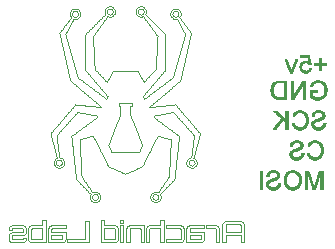
<source format=gbo>
G04 DipTrace 2.4.0.1*
%INinterface.backsilk.gbo*%
%MOIN*%
%ADD12C,0.003*%
%ADD28C,0.004*%
%FSLAX44Y44*%
G04*
G70*
G90*
G75*
G01*
%LNBotSilk*%
%LPD*%
X10049Y14122D2*
D28*
X10083Y14119D1*
X10115Y14109D1*
X10144Y14093D1*
X10171Y14072D1*
X10192Y14045D1*
X10209Y14015D1*
X10218Y13983D1*
X10222Y13949D1*
X10219Y13919D1*
X10211Y13890D1*
X10199Y13863D1*
X10223Y13839D1*
X10246Y13814D1*
X10271Y13790D1*
X10295Y13766D1*
X10318Y13741D1*
X10343Y13717D1*
X10367Y13692D1*
X10391Y13668D1*
X10415Y13644D1*
X10439Y13619D1*
X10463Y13595D1*
X10487Y13570D1*
X10511Y13547D1*
X10536Y13522D1*
X10559Y13498D1*
X10583Y13474D1*
X10608Y13449D1*
X10631Y13425D1*
X10656Y13400D1*
X10680Y13376D1*
X10703Y13352D1*
X10728Y13327D1*
X10752Y13303D1*
X10775Y13278D1*
X10800Y13254D1*
X10824Y13230D1*
X10848Y13205D1*
X10872Y13181D1*
Y13146D1*
Y13112D1*
Y13078D1*
Y13043D1*
Y13008D1*
Y12974D1*
Y12940D1*
Y12905D1*
Y12871D1*
Y12836D1*
Y12801D1*
Y12767D1*
Y12733D1*
Y12698D1*
Y12664D1*
Y12629D1*
Y12594D1*
Y12561D1*
Y12526D1*
Y12491D1*
Y12457D1*
Y12422D1*
Y12387D1*
Y12354D1*
Y12319D1*
Y12284D1*
Y12250D1*
Y12215D1*
Y12181D1*
Y12147D1*
Y12112D1*
Y12077D1*
Y12043D1*
Y12008D1*
X10850Y11982D1*
X10827Y11956D1*
X10805Y11930D1*
X10783Y11904D1*
X10761Y11878D1*
X10739Y11852D1*
X10716Y11826D1*
X10694Y11800D1*
X10671Y11774D1*
X10649Y11748D1*
X10627Y11722D1*
X10605Y11696D1*
X10583Y11669D1*
X10560Y11643D1*
X10538Y11617D1*
X10516Y11591D1*
X10493Y11565D1*
X10471Y11539D1*
X10449Y11513D1*
X10427Y11486D1*
X10405Y11460D1*
X10382Y11434D1*
X10360Y11408D1*
X10337Y11382D1*
X10315Y11356D1*
X10293Y11331D1*
X10271Y11304D1*
X10249Y11278D1*
X10226Y11252D1*
X10204Y11226D1*
X10181Y11200D1*
X10159Y11174D1*
X10137Y11147D1*
X10115Y11121D1*
X10132Y11094D1*
X10149Y11068D1*
X10166Y11041D1*
X10195Y11062D1*
X10223Y11083D1*
X10251Y11104D1*
X10279Y11125D1*
X10307Y11146D1*
X10335Y11168D1*
X10363Y11188D1*
X10391Y11209D1*
X10420Y11231D1*
X10448Y11252D1*
X10476Y11273D1*
X10503Y11294D1*
X10532Y11315D1*
X10560Y11336D1*
X10588Y11357D1*
X10616Y11378D1*
X10645Y11399D1*
X10673Y11420D1*
X10700Y11441D1*
X10728Y11462D1*
X10757Y11483D1*
X10785Y11504D1*
X10813Y11526D1*
X10841Y11547D1*
X10869Y11567D1*
X10897Y11589D1*
X10925Y11610D1*
X10953Y11631D1*
X10982Y11652D1*
X11010Y11673D1*
X11038Y11694D1*
X11065Y11715D1*
X11094Y11736D1*
X11122Y11757D1*
X11131Y11791D1*
X11141Y11824D1*
X11151Y11857D1*
X11160Y11890D1*
X11170Y11924D1*
X11179Y11957D1*
X11189Y11990D1*
X11198Y12024D1*
X11207Y12057D1*
X11218Y12090D1*
X11227Y12124D1*
X11236Y12157D1*
X11246Y12190D1*
X11255Y12224D1*
X11265Y12257D1*
X11275Y12290D1*
X11284Y12324D1*
X11294Y12357D1*
X11303Y12390D1*
X11312Y12424D1*
X11322Y12457D1*
X11332Y12490D1*
X11341Y12524D1*
X11351Y12557D1*
X11360Y12590D1*
X11370Y12624D1*
X11379Y12657D1*
X11389Y12690D1*
X11399Y12724D1*
X11408Y12757D1*
X11417Y12790D1*
X11427Y12823D1*
X11436Y12857D1*
X11446Y12890D1*
X11456Y12923D1*
X11465Y12956D1*
X11475Y12990D1*
X11484Y13023D1*
X11493Y13056D1*
X11504Y13089D1*
X11513Y13123D1*
X11522Y13156D1*
X11532Y13189D1*
X11515Y13220D1*
X11500Y13251D1*
X11483Y13281D1*
X11468Y13312D1*
X11451Y13343D1*
X11435Y13374D1*
X11419Y13404D1*
X11403Y13435D1*
X11387Y13466D1*
X11370Y13496D1*
X11355Y13527D1*
X11338Y13558D1*
X11322Y13588D1*
X11306Y13619D1*
X11290Y13650D1*
X11274Y13681D1*
X11258Y13711D1*
X11232Y13704D1*
X11205Y13702D1*
X11171Y13706D1*
X11138Y13715D1*
X11109Y13732D1*
X11083Y13753D1*
X11062Y13779D1*
X11046Y13809D1*
X11036Y13842D1*
X11033Y13875D1*
X11036Y13909D1*
X11046Y13941D1*
X11062Y13971D1*
X11083Y13998D1*
X11109Y14019D1*
X11138Y14035D1*
X11171Y14045D1*
X11205Y14048D1*
X11239Y14045D1*
X11271Y14035D1*
X11301Y14019D1*
X11327Y13998D1*
X11348Y13971D1*
X11364Y13941D1*
X11374Y13909D1*
X11377Y13875D1*
X11375Y13843D1*
X11366Y13813D1*
X11352Y13784D1*
X11333Y13759D1*
X11353Y13732D1*
X11374Y13705D1*
X11395Y13677D1*
X11415Y13650D1*
X11436Y13622D1*
X11457Y13596D1*
X11477Y13568D1*
X11498Y13540D1*
X11519Y13513D1*
X11540Y13485D1*
X11560Y13459D1*
X11581Y13431D1*
X11602Y13403D1*
X11622Y13376D1*
X11643Y13349D1*
X11664Y13322D1*
X11685Y13294D1*
X11705Y13267D1*
X11726Y13239D1*
X11718Y13206D1*
X11711Y13172D1*
X11704Y13138D1*
X11696Y13104D1*
X11688Y13071D1*
X11681Y13037D1*
X11673Y13004D1*
X11665Y12970D1*
X11658Y12936D1*
X11650Y12902D1*
X11642Y12868D1*
X11635Y12834D1*
X11628Y12801D1*
X11620Y12768D1*
X11613Y12734D1*
X11605Y12700D1*
X11598Y12666D1*
X11590Y12632D1*
X11582Y12598D1*
X11575Y12565D1*
X11567Y12531D1*
X11560Y12498D1*
X11552Y12464D1*
X11544Y12430D1*
X11537Y12396D1*
X11530Y12363D1*
X11522Y12329D1*
X11515Y12295D1*
X11507Y12262D1*
X11500Y12228D1*
X11492Y12194D1*
X11484Y12161D1*
X11477Y12127D1*
X11469Y12093D1*
X11461Y12059D1*
X11454Y12025D1*
X11446Y11992D1*
X11439Y11959D1*
X11432Y11925D1*
X11424Y11891D1*
X11417Y11857D1*
X11409Y11823D1*
X11401Y11789D1*
X11394Y11756D1*
X11386Y11722D1*
X11378Y11689D1*
X11371Y11655D1*
X11345Y11632D1*
X11318Y11610D1*
X11291Y11587D1*
X11265Y11564D1*
X11239Y11541D1*
X11212Y11519D1*
X11185Y11497D1*
X11159Y11474D1*
X11132Y11452D1*
X11106Y11429D1*
X11080Y11406D1*
X11053Y11383D1*
X11026Y11361D1*
X11000Y11338D1*
X10974Y11316D1*
X10947Y11293D1*
X10920Y11271D1*
X10894Y11248D1*
X10867Y11225D1*
X10841Y11203D1*
X10815Y11180D1*
X10788Y11157D1*
X10761Y11135D1*
X10735Y11113D1*
X10709Y11090D1*
X10682Y11067D1*
X10656Y11045D1*
X10629Y11022D1*
X10602Y10999D1*
X10576Y10976D1*
X10550Y10954D1*
X10523Y10932D1*
X10496Y10909D1*
X10470Y10886D1*
X10443Y10864D1*
X10417Y10841D1*
X10391Y10818D1*
X10364Y10796D1*
X10337Y10773D1*
X10345Y10762D1*
X10380Y10765D1*
X10413Y10769D1*
X10448Y10773D1*
X10481Y10776D1*
X10516Y10780D1*
X10550Y10784D1*
X10584Y10787D1*
X10618Y10791D1*
X10652Y10795D1*
X10686Y10798D1*
X10721Y10802D1*
X10754Y10805D1*
X10789Y10809D1*
X10822Y10812D1*
X10857Y10816D1*
X10891Y10819D1*
X10925Y10823D1*
X10959Y10827D1*
X10993Y10830D1*
X11027Y10834D1*
X11062Y10837D1*
X11095Y10841D1*
X11130Y10844D1*
X11164Y10848D1*
X11198Y10851D1*
X11221Y10825D1*
X11243Y10799D1*
X11266Y10772D1*
X11289Y10746D1*
X11312Y10719D1*
X11334Y10692D1*
X11357Y10666D1*
X11380Y10640D1*
X11403Y10613D1*
X11425Y10586D1*
X11448Y10560D1*
X11471Y10533D1*
X11493Y10507D1*
X11516Y10481D1*
X11539Y10454D1*
X11562Y10427D1*
X11584Y10401D1*
X11607Y10374D1*
X11630Y10348D1*
X11653Y10322D1*
X11675Y10295D1*
X11698Y10268D1*
X11721Y10242D1*
X11744Y10215D1*
X11766Y10189D1*
X11789Y10163D1*
X11812Y10136D1*
X11834Y10109D1*
X11857Y10083D1*
X11880Y10056D1*
X11903Y10030D1*
X11926Y10003D1*
X11949Y9977D1*
X11972Y9950D1*
X11994Y9923D1*
X12017Y9897D1*
X12015Y9864D1*
X12013Y9832D1*
X12005Y9799D1*
X11995Y9766D1*
X11987Y9734D1*
X11977Y9701D1*
X11969Y9668D1*
X11959Y9635D1*
X11950Y9601D1*
X11941Y9568D1*
X11932Y9535D1*
X11923Y9502D1*
X11914Y9470D1*
X11905Y9437D1*
X11896Y9404D1*
X11887Y9371D1*
X11878Y9338D1*
X11869Y9305D1*
X11860Y9272D1*
X11852Y9239D1*
X11842Y9206D1*
X11834Y9173D1*
X11824Y9140D1*
X11816Y9107D1*
X11806Y9074D1*
X11837Y9058D1*
X11863Y9036D1*
X11886Y9010D1*
X11903Y8981D1*
X11913Y8947D1*
X11917Y8913D1*
X11913Y8879D1*
X11903Y8847D1*
X11887Y8817D1*
X11866Y8791D1*
X11839Y8770D1*
X11809Y8753D1*
X11777Y8744D1*
X11744Y8741D1*
X11710Y8744D1*
X11678Y8753D1*
X11647Y8770D1*
X11621Y8791D1*
X11599Y8817D1*
X11584Y8847D1*
X11573Y8880D1*
X11570Y8913D1*
X11573Y8946D1*
X11583Y8977D1*
X11598Y9007D1*
X11618Y9032D1*
X11643Y9053D1*
X11671Y9069D1*
X11702Y9080D1*
X11735Y9085D1*
X11739Y9119D1*
X11743Y9152D1*
X11747Y9186D1*
X11751Y9219D1*
X11755Y9253D1*
X11758Y9287D1*
X11762Y9320D1*
X11767Y9354D1*
X11771Y9387D1*
X11775Y9420D1*
X11779Y9454D1*
X11783Y9488D1*
X11787Y9521D1*
X11791Y9555D1*
X11794Y9588D1*
X11798Y9622D1*
X11803Y9656D1*
X11807Y9689D1*
X11811Y9723D1*
X11815Y9757D1*
X11819Y9790D1*
X11823Y9823D1*
X11800Y9849D1*
X11776Y9875D1*
X11754Y9901D1*
X11730Y9927D1*
X11707Y9952D1*
X11684Y9978D1*
X11661Y10004D1*
X11638Y10030D1*
X11615Y10056D1*
X11591Y10082D1*
X11569Y10107D1*
X11545Y10133D1*
X11522Y10159D1*
X11499Y10185D1*
X11476Y10210D1*
X11454Y10236D1*
X11430Y10262D1*
X11407Y10288D1*
X11384Y10314D1*
X11361Y10339D1*
X11337Y10365D1*
X11315Y10391D1*
X11291Y10417D1*
X11269Y10442D1*
X11245Y10468D1*
X11222Y10494D1*
X11199Y10520D1*
X11176Y10545D1*
X11152Y10571D1*
X11130Y10597D1*
X11095Y10591D1*
X11062Y10584D1*
X11027Y10578D1*
X10993Y10572D1*
X10958Y10566D1*
X10924Y10560D1*
X10890Y10554D1*
X10855Y10547D1*
X10821Y10541D1*
X10787Y10535D1*
X10753Y10529D1*
X10718Y10522D1*
X10684Y10516D1*
X10650Y10510D1*
X10616Y10504D1*
X10581Y10498D1*
X10547Y10492D1*
X10513Y10485D1*
X10478Y10479D1*
X10485Y10448D1*
X10491Y10418D1*
X10518Y10396D1*
X10547Y10376D1*
X10574Y10355D1*
X10602Y10335D1*
X10630Y10314D1*
X10658Y10293D1*
X10686Y10273D1*
X10714Y10252D1*
X10742Y10232D1*
X10770Y10211D1*
X10797Y10190D1*
X10826Y10170D1*
X10854Y10149D1*
X10881Y10128D1*
X10909Y10108D1*
X10937Y10087D1*
X10965Y10067D1*
X10993Y10045D1*
X11021Y10025D1*
X11049Y10004D1*
X11076Y9984D1*
X11105Y9964D1*
X11133Y9942D1*
X11160Y9922D1*
X11189Y9901D1*
X11216Y9881D1*
X11244Y9860D1*
X11272Y9839D1*
X11300Y9819D1*
X11328Y9798D1*
X11324Y9763D1*
X11320Y9728D1*
X11316Y9694D1*
X11312Y9658D1*
X11308Y9624D1*
X11305Y9589D1*
X11301Y9553D1*
X11298Y9519D1*
X11294Y9484D1*
X11290Y9449D1*
X11286Y9414D1*
X11282Y9380D1*
X11278Y9344D1*
X11274Y9310D1*
X11270Y9275D1*
X11266Y9239D1*
X11263Y9205D1*
X11259Y9170D1*
X11255Y9135D1*
X11251Y9100D1*
X11247Y9066D1*
X11243Y9030D1*
X11240Y8995D1*
X11236Y8961D1*
X11232Y8925D1*
X11228Y8891D1*
X11225Y8856D1*
X11221Y8822D1*
X11217Y8786D1*
X11213Y8752D1*
X11209Y8717D1*
X11205Y8681D1*
X11201Y8647D1*
X11197Y8612D1*
X11193Y8577D1*
X11189Y8542D1*
X11186Y8508D1*
X11182Y8472D1*
X11178Y8438D1*
X11174Y8403D1*
X11171Y8367D1*
X11146Y8342D1*
X11122Y8317D1*
X11098Y8292D1*
X11074Y8267D1*
X11050Y8241D1*
X11026Y8216D1*
X11001Y8190D1*
X10977Y8165D1*
X10953Y8139D1*
X10928Y8114D1*
X10904Y8089D1*
X10880Y8064D1*
X10856Y8038D1*
X10832Y8013D1*
X10808Y7987D1*
X10783Y7962D1*
X10759Y7937D1*
X10735Y7912D1*
X10711Y7886D1*
X10687Y7861D1*
X10701Y7832D1*
X10710Y7802D1*
X10714Y7770D1*
X10710Y7737D1*
X10700Y7704D1*
X10684Y7674D1*
X10663Y7648D1*
X10636Y7627D1*
X10606Y7610D1*
X10574Y7601D1*
X10540Y7598D1*
X10507Y7601D1*
X10474Y7610D1*
X10444Y7627D1*
X10418Y7648D1*
X10396Y7674D1*
X10380Y7704D1*
X10370Y7737D1*
X10367Y7770D1*
X10370Y7804D1*
X10380Y7836D1*
X10396Y7866D1*
X10418Y7892D1*
X10444Y7913D1*
X10474Y7929D1*
X10507Y7939D1*
X10540Y7942D1*
X10569Y7940D1*
X10598Y7932D1*
X10624Y7920D1*
X10643Y7948D1*
X10662Y7976D1*
X10681Y8004D1*
X10700Y8031D1*
X10720Y8059D1*
X10739Y8087D1*
X10758Y8115D1*
X10777Y8142D1*
X10796Y8171D1*
X10815Y8198D1*
X10834Y8226D1*
X10854Y8253D1*
X10873Y8282D1*
X10891Y8309D1*
X10911Y8337D1*
X10930Y8365D1*
X10949Y8393D1*
X10968Y8420D1*
X10988Y8449D1*
X10989Y8482D1*
X10991Y8517D1*
X10993Y8552D1*
X10995Y8585D1*
X10997Y8620D1*
X10999Y8655D1*
X11001Y8689D1*
X11003Y8723D1*
X11004Y8758D1*
X11007Y8792D1*
X11008Y8826D1*
X11011Y8861D1*
X11012Y8896D1*
X11014Y8930D1*
X11016Y8964D1*
X11018Y8999D1*
X11020Y9033D1*
X11022Y9067D1*
X11024Y9102D1*
X11026Y9136D1*
X11027Y9171D1*
X11029Y9205D1*
X11031Y9239D1*
X11033Y9274D1*
X11035Y9308D1*
X11037Y9343D1*
X11039Y9377D1*
X11040Y9412D1*
X11043Y9446D1*
X11044Y9480D1*
X11047Y9515D1*
X11048Y9549D1*
X11050Y9583D1*
X11052Y9618D1*
X11054Y9653D1*
X11056Y9686D1*
X11024Y9696D1*
X10992Y9705D1*
X10960Y9713D1*
X10928Y9722D1*
X10895Y9731D1*
X10864Y9740D1*
X10832Y9749D1*
X10800Y9757D1*
X10768Y9766D1*
X10735Y9775D1*
X10703Y9784D1*
X10671Y9793D1*
X10639Y9801D1*
X10608Y9810D1*
X10592Y9779D1*
X10576Y9748D1*
X10561Y9717D1*
X10545Y9686D1*
X10530Y9655D1*
X10514Y9624D1*
X10499Y9593D1*
X10483Y9562D1*
X10467Y9531D1*
X10452Y9500D1*
X10437Y9469D1*
X10421Y9438D1*
X10405Y9407D1*
X10390Y9376D1*
X10374Y9345D1*
X10359Y9314D1*
X10344Y9283D1*
X10328Y9252D1*
X10312Y9221D1*
X10297Y9190D1*
X10282Y9158D1*
X10266Y9128D1*
X10250Y9097D1*
X10235Y9066D1*
X10219Y9035D1*
X10204Y9003D1*
X10188Y8973D1*
X10173Y8942D1*
X10157Y8910D1*
X10141Y8880D1*
X10126Y8848D1*
X10111Y8818D1*
X10095Y8786D1*
X10064Y8773D1*
X10032Y8759D1*
X10001Y8745D1*
X9970Y8731D1*
X9938Y8718D1*
X9908Y8704D1*
X9876Y8689D1*
X9845Y8676D1*
X9814Y8662D1*
X9782Y8648D1*
X9751Y8634D1*
X9720Y8620D1*
X9688Y8607D1*
X9657Y8593D1*
X9626Y8579D1*
X9594Y8565D1*
X9564Y8552D1*
X9532Y8537D1*
X9501Y8552D1*
X9470Y8565D1*
X9438Y8579D1*
X9407Y8593D1*
X9375Y8607D1*
X9345Y8620D1*
X9314Y8634D1*
X9282Y8648D1*
X9251Y8662D1*
X9219Y8676D1*
X9189Y8689D1*
X9158Y8704D1*
X9126Y8718D1*
X9095Y8731D1*
X9063Y8745D1*
X9032Y8759D1*
X9002Y8773D1*
X8970Y8786D1*
X8955Y8818D1*
X8939Y8848D1*
X8923Y8880D1*
X8907Y8910D1*
X8893Y8941D1*
X8877Y8973D1*
X8861Y9003D1*
X8846Y9035D1*
X8830Y9066D1*
X8815Y9097D1*
X8799Y9128D1*
X8784Y9158D1*
X8768Y9190D1*
X8752Y9221D1*
X8737Y9252D1*
X8722Y9283D1*
X8706Y9313D1*
X8690Y9345D1*
X8675Y9376D1*
X8660Y9407D1*
X8644Y9438D1*
X8628Y9469D1*
X8613Y9500D1*
X8597Y9531D1*
X8581Y9562D1*
X8566Y9593D1*
X8551Y9624D1*
X8535Y9655D1*
X8519Y9686D1*
X8504Y9717D1*
X8489Y9748D1*
X8473Y9779D1*
X8458Y9810D1*
X8574Y10418D2*
X8581Y10449D1*
X8586Y10479D1*
X8552Y10485D1*
X8518Y10492D1*
X8483Y10498D1*
X8449Y10504D1*
X8415Y10510D1*
X8381Y10516D1*
X8346Y10522D1*
X8312Y10529D1*
X8277Y10535D1*
X8243Y10541D1*
X8209Y10547D1*
X8175Y10554D1*
X8140Y10560D1*
X8106Y10566D1*
X8071Y10572D1*
X8037Y10578D1*
X8003Y10584D1*
X7968Y10591D1*
X7934Y10597D1*
X7911Y10571D1*
X7888Y10545D1*
X7865Y10520D1*
X7841Y10494D1*
X7819Y10468D1*
X7795Y10442D1*
X7772Y10416D1*
X7749Y10391D1*
X7726Y10365D1*
X7703Y10339D1*
X7680Y10313D1*
X7657Y10288D1*
X7634Y10262D1*
X7611Y10236D1*
X7587Y10210D1*
X7565Y10185D1*
X7541Y10159D1*
X7518Y10133D1*
X7495Y10107D1*
X7472Y10082D1*
X7449Y10056D1*
X7426Y10030D1*
X7402Y10004D1*
X7380Y9978D1*
X7356Y9952D1*
X7333Y9927D1*
X7311Y9901D1*
X7287Y9875D1*
X7264Y9849D1*
X7241Y9823D1*
X7245Y9790D1*
X7249Y9757D1*
X7253Y9723D1*
X7257Y9689D1*
X7261Y9656D1*
X7265Y9622D1*
X7269Y9588D1*
X7273Y9555D1*
X7277Y9521D1*
X7281Y9488D1*
X7285Y9454D1*
X7289Y9420D1*
X7293Y9387D1*
X7297Y9354D1*
X7301Y9320D1*
X7305Y9287D1*
X7309Y9253D1*
X7313Y9219D1*
X7317Y9186D1*
X7321Y9152D1*
X7325Y9119D1*
X7330Y9085D1*
X7362Y9080D1*
X7392Y9069D1*
X7421Y9054D1*
X7446Y9032D1*
X7466Y9007D1*
X7481Y8977D1*
X7490Y8946D1*
X7493Y8913D1*
X7490Y8880D1*
X7480Y8847D1*
X7464Y8817D1*
X7442Y8791D1*
X7417Y8770D1*
X7387Y8753D1*
X7354Y8744D1*
X7320Y8741D1*
X7286Y8744D1*
X7254Y8753D1*
X7224Y8770D1*
X7199Y8791D1*
X7177Y8818D1*
X7161Y8848D1*
X7152Y8880D1*
X7148Y8913D1*
X7152Y8947D1*
X7162Y8981D1*
X7178Y9010D1*
X7200Y9036D1*
X7227Y9058D1*
X7257Y9074D1*
X7249Y9107D1*
X7239Y9140D1*
X7231Y9173D1*
X7221Y9206D1*
X7213Y9239D1*
X7203Y9272D1*
X7195Y9305D1*
X7185Y9338D1*
X7177Y9371D1*
X7167Y9404D1*
X7159Y9436D1*
X7149Y9469D1*
X7141Y9502D1*
X7131Y9535D1*
X7123Y9568D1*
X7113Y9601D1*
X7105Y9635D1*
X7095Y9668D1*
X7087Y9701D1*
X7077Y9734D1*
X7069Y9766D1*
X7059Y9799D1*
X7050Y9832D1*
X7049Y9864D1*
X7047Y9897D1*
X7070Y9923D1*
X7093Y9950D1*
X7116Y9977D1*
X7138Y10004D1*
X7161Y10030D1*
X7184Y10056D1*
X7206Y10083D1*
X7229Y10109D1*
X7252Y10136D1*
X7275Y10163D1*
X7297Y10189D1*
X7320Y10215D1*
X7343Y10242D1*
X7366Y10268D1*
X7388Y10295D1*
X7411Y10322D1*
X7434Y10348D1*
X7457Y10374D1*
X7479Y10401D1*
X7502Y10427D1*
X7525Y10454D1*
X7547Y10481D1*
X7570Y10507D1*
X7593Y10533D1*
X7616Y10560D1*
X7638Y10586D1*
X7661Y10613D1*
X7684Y10640D1*
X7707Y10666D1*
X7729Y10692D1*
X7752Y10719D1*
X7775Y10746D1*
X7798Y10772D1*
X7820Y10799D1*
X7843Y10825D1*
X7866Y10851D1*
X7900Y10848D1*
X7934Y10844D1*
X7968Y10841D1*
X8002Y10837D1*
X8037Y10834D1*
X8071Y10830D1*
X8105Y10827D1*
X8139Y10823D1*
X8173Y10819D1*
X8207Y10816D1*
X8242Y10812D1*
X8276Y10809D1*
X8310Y10805D1*
X8344Y10802D1*
X8378Y10798D1*
X8412Y10795D1*
X8447Y10791D1*
X8481Y10787D1*
X8515Y10784D1*
X8549Y10780D1*
X8583Y10776D1*
X8617Y10773D1*
X8651Y10769D1*
X8686Y10765D1*
X8720Y10762D1*
X8726Y10773D1*
X8700Y10796D1*
X8673Y10818D1*
X8647Y10841D1*
X8621Y10864D1*
X8594Y10887D1*
X8567Y10909D1*
X8541Y10932D1*
X8515Y10954D1*
X8488Y10976D1*
X8461Y10999D1*
X8435Y11022D1*
X8408Y11045D1*
X8382Y11067D1*
X8356Y11090D1*
X8329Y11113D1*
X8302Y11135D1*
X8276Y11157D1*
X8250Y11180D1*
X8223Y11203D1*
X8196Y11225D1*
X8170Y11248D1*
X8143Y11271D1*
X8117Y11293D1*
X8091Y11316D1*
X8064Y11338D1*
X8037Y11361D1*
X8011Y11383D1*
X7984Y11406D1*
X7958Y11429D1*
X7932Y11452D1*
X7905Y11474D1*
X7878Y11497D1*
X7852Y11519D1*
X7825Y11541D1*
X7799Y11564D1*
X7772Y11587D1*
X7746Y11610D1*
X7719Y11632D1*
X7692Y11655D1*
X7685Y11689D1*
X7678Y11722D1*
X7671Y11756D1*
X7663Y11789D1*
X7655Y11823D1*
X7648Y11857D1*
X7640Y11891D1*
X7632Y11925D1*
X7625Y11959D1*
X7617Y11992D1*
X7609Y12025D1*
X7602Y12059D1*
X7594Y12093D1*
X7587Y12127D1*
X7580Y12161D1*
X7572Y12195D1*
X7565Y12228D1*
X7557Y12262D1*
X7549Y12295D1*
X7542Y12329D1*
X7534Y12363D1*
X7527Y12397D1*
X7519Y12430D1*
X7511Y12464D1*
X7504Y12498D1*
X7496Y12531D1*
X7489Y12565D1*
X7482Y12598D1*
X7474Y12632D1*
X7467Y12666D1*
X7459Y12700D1*
X7451Y12734D1*
X7444Y12768D1*
X7436Y12801D1*
X7428Y12834D1*
X7421Y12868D1*
X7413Y12902D1*
X7406Y12936D1*
X7399Y12970D1*
X7391Y13004D1*
X7384Y13037D1*
X7376Y13071D1*
X7368Y13104D1*
X7361Y13138D1*
X7353Y13172D1*
X7345Y13206D1*
X7338Y13239D1*
X7359Y13267D1*
X7380Y13294D1*
X7400Y13322D1*
X7420Y13349D1*
X7442Y13376D1*
X7462Y13403D1*
X7483Y13431D1*
X7504Y13459D1*
X7525Y13486D1*
X7545Y13513D1*
X7565Y13540D1*
X7587Y13568D1*
X7607Y13596D1*
X7628Y13622D1*
X7649Y13650D1*
X7669Y13677D1*
X7690Y13705D1*
X7710Y13732D1*
X7732Y13759D1*
X7712Y13784D1*
X7698Y13813D1*
X7689Y13843D1*
X7686Y13875D1*
X7689Y13909D1*
X7700Y13941D1*
X7715Y13971D1*
X7737Y13998D1*
X7763Y14019D1*
X7793Y14035D1*
X7826Y14045D1*
X7859Y14048D1*
X7893Y14045D1*
X7925Y14035D1*
X7955Y14019D1*
X7981Y13998D1*
X8002Y13971D1*
X8019Y13941D1*
X8028Y13909D1*
X8031Y13875D1*
X8028Y13842D1*
X8019Y13809D1*
X8002Y13779D1*
X7981Y13753D1*
X7955Y13732D1*
X7925Y13715D1*
X7893Y13706D1*
X7859Y13703D1*
X7833Y13705D1*
X7806Y13711D1*
X7790Y13681D1*
X7774Y13650D1*
X7758Y13619D1*
X7742Y13588D1*
X7725Y13558D1*
X7710Y13527D1*
X7693Y13496D1*
X7678Y13466D1*
X7661Y13435D1*
X7645Y13404D1*
X7629Y13374D1*
X7613Y13343D1*
X7597Y13312D1*
X7580Y13281D1*
X7564Y13251D1*
X7548Y13220D1*
X7532Y13189D1*
X7541Y13156D1*
X7551Y13123D1*
X7561Y13090D1*
X7570Y13056D1*
X7580Y13023D1*
X7589Y12990D1*
X7598Y12956D1*
X7608Y12923D1*
X7618Y12890D1*
X7627Y12857D1*
X7637Y12823D1*
X7646Y12790D1*
X7656Y12757D1*
X7665Y12724D1*
X7675Y12690D1*
X7685Y12657D1*
X7694Y12624D1*
X7703Y12591D1*
X7713Y12557D1*
X7722Y12524D1*
X7732Y12491D1*
X7742Y12457D1*
X7751Y12424D1*
X7761Y12391D1*
X7770Y12357D1*
X7779Y12324D1*
X7790Y12291D1*
X7799Y12257D1*
X7808Y12224D1*
X7818Y12191D1*
X7827Y12157D1*
X7837Y12124D1*
X7847Y12091D1*
X7856Y12057D1*
X7866Y12024D1*
X7875Y11991D1*
X7885Y11957D1*
X7894Y11924D1*
X7903Y11891D1*
X7914Y11857D1*
X7923Y11824D1*
X7932Y11791D1*
X7942Y11757D1*
X7970Y11737D1*
X7998Y11715D1*
X8026Y11694D1*
X8055Y11673D1*
X8083Y11652D1*
X8110Y11631D1*
X8138Y11610D1*
X8167Y11589D1*
X8195Y11567D1*
X8223Y11547D1*
X8251Y11526D1*
X8280Y11504D1*
X8308Y11483D1*
X8336Y11462D1*
X8363Y11441D1*
X8392Y11420D1*
X8420Y11399D1*
X8448Y11378D1*
X8476Y11357D1*
X8505Y11336D1*
X8533Y11315D1*
X8561Y11294D1*
X8588Y11273D1*
X8617Y11252D1*
X8645Y11231D1*
X8673Y11209D1*
X8701Y11189D1*
X8730Y11168D1*
X8758Y11146D1*
X8786Y11125D1*
X8814Y11104D1*
X8842Y11083D1*
X8870Y11062D1*
X8898Y11041D1*
X8915Y11068D1*
X8932Y11094D1*
X8949Y11121D1*
X8927Y11147D1*
X8904Y11174D1*
X8882Y11200D1*
X8860Y11226D1*
X8838Y11252D1*
X8816Y11278D1*
X8793Y11304D1*
X8771Y11331D1*
X8748Y11356D1*
X8726Y11382D1*
X8704Y11408D1*
X8682Y11434D1*
X8660Y11460D1*
X8637Y11486D1*
X8615Y11513D1*
X8592Y11539D1*
X8570Y11565D1*
X8548Y11591D1*
X8526Y11617D1*
X8504Y11643D1*
X8481Y11669D1*
X8459Y11696D1*
X8437Y11722D1*
X8414Y11748D1*
X8392Y11774D1*
X8370Y11800D1*
X8348Y11826D1*
X8326Y11852D1*
X8303Y11878D1*
X8281Y11904D1*
X8258Y11930D1*
X8236Y11956D1*
X8215Y11982D1*
X8192Y12008D1*
Y12043D1*
Y12077D1*
Y12112D1*
Y12147D1*
Y12181D1*
Y12215D1*
Y12250D1*
Y12284D1*
Y12319D1*
Y12354D1*
Y12387D1*
Y12422D1*
Y12457D1*
Y12491D1*
Y12526D1*
Y12561D1*
Y12594D1*
Y12629D1*
Y12664D1*
Y12698D1*
Y12733D1*
Y12767D1*
Y12801D1*
Y12836D1*
Y12871D1*
Y12905D1*
Y12940D1*
Y12974D1*
Y13008D1*
Y13043D1*
Y13078D1*
Y13112D1*
Y13146D1*
Y13181D1*
X8216Y13205D1*
X8240Y13230D1*
X8264Y13254D1*
X8288Y13278D1*
X8313Y13303D1*
X8336Y13327D1*
X8360Y13352D1*
X8385Y13376D1*
X8408Y13400D1*
X8432Y13425D1*
X8457Y13449D1*
X8480Y13474D1*
X8505Y13498D1*
X8529Y13522D1*
X8552Y13547D1*
X8577Y13571D1*
X8601Y13595D1*
X8624Y13619D1*
X8649Y13644D1*
X8673Y13668D1*
X8697Y13692D1*
X8721Y13717D1*
X8745Y13741D1*
X8769Y13766D1*
X8793Y13790D1*
X8817Y13814D1*
X8841Y13839D1*
X8865Y13863D1*
X8853Y13890D1*
X8845Y13919D1*
X8842Y13949D1*
X8846Y13983D1*
X8855Y14015D1*
X8871Y14045D1*
X8893Y14072D1*
X8919Y14093D1*
X8949Y14109D1*
X8981Y14119D1*
X9015Y14122D1*
X9049Y14119D1*
X9081Y14109D1*
X9111Y14093D1*
X9137Y14071D1*
X9158Y14045D1*
X9174Y14015D1*
X9183Y13983D1*
X9187Y13949D1*
X9183Y13915D1*
X9174Y13883D1*
X9158Y13853D1*
X9137Y13827D1*
X9110Y13805D1*
X9081Y13789D1*
X9049Y13780D1*
X9015Y13776D1*
X8988Y13778D1*
X8962Y13784D1*
X8938Y13795D1*
X8918Y13767D1*
X8898Y13739D1*
X8878Y13711D1*
X8857Y13683D1*
X8838Y13655D1*
X8817Y13627D1*
X8798Y13599D1*
X8777Y13571D1*
X8758Y13543D1*
X8737Y13515D1*
X8717Y13487D1*
X8697Y13459D1*
X8677Y13431D1*
X8657Y13403D1*
X8637Y13375D1*
X8617Y13348D1*
X8597Y13319D1*
X8577Y13292D1*
X8557Y13263D1*
X8537Y13236D1*
X8516Y13208D1*
X8497Y13179D1*
X8476Y13152D1*
X8457Y13123D1*
X8458Y13089D1*
X8460Y13053D1*
X8462Y13018D1*
X8464Y12983D1*
X8465Y12948D1*
X8468Y12912D1*
X8469Y12878D1*
X8471Y12842D1*
X8473Y12807D1*
X8475Y12772D1*
X8477Y12737D1*
X8479Y12701D1*
X8480Y12667D1*
X8483Y12631D1*
X8484Y12596D1*
X8486Y12561D1*
X8488Y12526D1*
X8490Y12491D1*
X8491Y12456D1*
X8494Y12421D1*
X8495Y12385D1*
X8497Y12350D1*
X8499Y12315D1*
X8501Y12280D1*
X8503Y12245D1*
X8505Y12210D1*
X8506Y12174D1*
X8508Y12140D1*
X8510Y12104D1*
X8512Y12069D1*
X8514Y12034D1*
X8537Y12008D1*
X8562Y11982D1*
X8585Y11957D1*
X8610Y11931D1*
X8633Y11906D1*
X8657Y11880D1*
X8681Y11854D1*
X8705Y11829D1*
X8729Y11803D1*
X8753Y11778D1*
X8777Y11752D1*
X8801Y11726D1*
X8824Y11700D1*
X8849Y11674D1*
X8872Y11648D1*
X8896Y11623D1*
X8920Y11597D1*
X8936Y11627D1*
X8953Y11657D1*
X8969Y11687D1*
X8985Y11717D1*
X9001Y11747D1*
X9017Y11777D1*
X9034Y11807D1*
X9049Y11837D1*
X9066Y11867D1*
X9082Y11897D1*
X9098Y11927D1*
X9114Y11957D1*
X9115Y11963D1*
X9150D1*
X9185D1*
X9219D1*
X9254D1*
X9288D1*
X9323D1*
X9357D1*
X9393D1*
X9427D1*
X9462D1*
X9496D1*
X9531D1*
X9565D1*
X9600D1*
X9635D1*
X9669D1*
X9704D1*
X9738D1*
X9773D1*
X9808D1*
X9843D1*
X9877D1*
X9912D1*
X9946D1*
X9963Y11933D1*
X9979Y11902D1*
X9995Y11872D1*
X10012Y11841D1*
X10028Y11811D1*
X10045Y11780D1*
X10061Y11749D1*
X10078Y11719D1*
X10094Y11688D1*
X10111Y11658D1*
X10127Y11627D1*
X10144Y11597D1*
X10167Y11623D1*
X10191Y11648D1*
X10215Y11674D1*
X10239Y11700D1*
X10263Y11725D1*
X10287Y11751D1*
X10311Y11777D1*
X10335Y11802D1*
X10358Y11828D1*
X10383Y11854D1*
X10406Y11879D1*
X10431Y11905D1*
X10454Y11931D1*
X10478Y11957D1*
X10502Y11982D1*
X10526Y12008D1*
X10550Y12034D1*
X10552Y12069D1*
X10554Y12104D1*
X10556Y12140D1*
X10558Y12174D1*
X10559Y12210D1*
X10561Y12245D1*
X10563Y12280D1*
X10565Y12315D1*
X10567Y12350D1*
X10569Y12385D1*
X10570Y12421D1*
X10572Y12456D1*
X10574Y12491D1*
X10576Y12526D1*
X10578Y12561D1*
X10579Y12596D1*
X10582Y12631D1*
X10583Y12667D1*
X10585Y12701D1*
X10587Y12737D1*
X10589Y12772D1*
X10590Y12807D1*
X10593Y12842D1*
X10594Y12878D1*
X10596Y12912D1*
X10598Y12948D1*
X10600Y12983D1*
X10602Y13018D1*
X10604Y13053D1*
X10605Y13089D1*
X10608Y13123D1*
X10587Y13152D1*
X10567Y13180D1*
X10547Y13208D1*
X10527Y13236D1*
X10507Y13263D1*
X10487Y13292D1*
X10467Y13319D1*
X10447Y13348D1*
X10427Y13375D1*
X10407Y13403D1*
X10387Y13431D1*
X10366Y13459D1*
X10347Y13487D1*
X10326Y13515D1*
X10307Y13543D1*
X10286Y13571D1*
X10266Y13599D1*
X10246Y13627D1*
X10226Y13655D1*
X10206Y13683D1*
X10186Y13711D1*
X10166Y13739D1*
X10146Y13767D1*
X10126Y13795D1*
X10101Y13784D1*
X10075Y13778D1*
X10049Y13776D1*
X10015Y13780D1*
X9983Y13789D1*
X9953Y13805D1*
X9927Y13827D1*
X9905Y13853D1*
X9890Y13883D1*
X9880Y13915D1*
X9877Y13949D1*
X9880Y13983D1*
X9890Y14015D1*
X9905Y14045D1*
X9927Y14072D1*
X9953Y14093D1*
X9983Y14109D1*
X10015Y14119D1*
X10049Y14122D1*
X8464Y9810D2*
X8431Y9801D1*
X8399Y9793D1*
X8366Y9784D1*
X8334Y9775D1*
X8301Y9766D1*
X8269Y9757D1*
X8236Y9749D1*
X8204Y9740D1*
X8171Y9731D1*
X8138Y9722D1*
X8106Y9713D1*
X8073Y9705D1*
X8041Y9696D1*
X8008Y9686D1*
X8010Y9653D1*
X8012Y9618D1*
X8014Y9583D1*
X8015Y9549D1*
X8018Y9515D1*
X8019Y9480D1*
X8021Y9446D1*
X8023Y9412D1*
X8025Y9377D1*
X8027Y9343D1*
X8029Y9308D1*
X8031Y9274D1*
X8033Y9239D1*
X8034Y9205D1*
X8037Y9171D1*
X8038Y9136D1*
X8041Y9102D1*
X8042Y9067D1*
X8044Y9033D1*
X8046Y8999D1*
X8048Y8964D1*
X8050Y8930D1*
X8051Y8896D1*
X8054Y8861D1*
X8055Y8827D1*
X8057Y8792D1*
X8059Y8758D1*
X8061Y8723D1*
X8063Y8689D1*
X8065Y8655D1*
X8067Y8620D1*
X8069Y8585D1*
X8070Y8552D1*
X8073Y8517D1*
X8074Y8482D1*
X8077Y8449D1*
X8095Y8420D1*
X8114Y8393D1*
X8134Y8365D1*
X8153Y8337D1*
X8172Y8309D1*
X8191Y8282D1*
X8210Y8254D1*
X8229Y8226D1*
X8248Y8198D1*
X8268Y8171D1*
X8287Y8142D1*
X8306Y8115D1*
X8325Y8087D1*
X8344Y8059D1*
X8363Y8031D1*
X8382Y8004D1*
X8402Y7976D1*
X8421Y7948D1*
X8440Y7920D1*
X8466Y7932D1*
X8494Y7940D1*
X8523Y7942D1*
X8557Y7939D1*
X8590Y7930D1*
X8620Y7913D1*
X8646Y7892D1*
X8668Y7866D1*
X8683Y7836D1*
X8693Y7804D1*
X8697Y7770D1*
X8693Y7737D1*
X8683Y7704D1*
X8668Y7674D1*
X8646Y7648D1*
X8620Y7627D1*
X8590Y7610D1*
X8557Y7601D1*
X8523Y7598D1*
X8490Y7601D1*
X8458Y7610D1*
X8428Y7627D1*
X8402Y7648D1*
X8381Y7675D1*
X8365Y7705D1*
X8355Y7737D1*
X8352Y7770D1*
X8355Y7802D1*
X8363Y7832D1*
X8377Y7861D1*
X8353Y7887D1*
X8329Y7912D1*
X8305Y7937D1*
X8280Y7962D1*
X8256Y7987D1*
X8232Y8013D1*
X8207Y8038D1*
X8183Y8064D1*
X8160Y8089D1*
X8135Y8114D1*
X8111Y8140D1*
X8087Y8165D1*
X8062Y8190D1*
X8038Y8216D1*
X8015Y8241D1*
X7990Y8267D1*
X7966Y8292D1*
X7942Y8317D1*
X7917Y8342D1*
X7893Y8367D1*
X7889Y8403D1*
X7885Y8438D1*
X7882Y8472D1*
X7878Y8508D1*
X7874Y8542D1*
X7870Y8577D1*
X7866Y8612D1*
X7863Y8647D1*
X7859Y8681D1*
X7855Y8717D1*
X7851Y8752D1*
X7847Y8786D1*
X7844Y8822D1*
X7840Y8856D1*
X7836Y8891D1*
X7832Y8926D1*
X7828Y8961D1*
X7824Y8995D1*
X7820Y9031D1*
X7816Y9066D1*
X7812Y9100D1*
X7808Y9136D1*
X7805Y9170D1*
X7801Y9205D1*
X7798Y9240D1*
X7794Y9275D1*
X7790Y9310D1*
X7786Y9345D1*
X7782Y9380D1*
X7778Y9414D1*
X7774Y9450D1*
X7770Y9484D1*
X7766Y9519D1*
X7763Y9554D1*
X7759Y9589D1*
X7755Y9624D1*
X7751Y9658D1*
X7747Y9694D1*
X7743Y9728D1*
X7739Y9763D1*
X7736Y9798D1*
X7764Y9819D1*
X7792Y9839D1*
X7819Y9860D1*
X7848Y9881D1*
X7876Y9901D1*
X7903Y9922D1*
X7932Y9943D1*
X7960Y9964D1*
X7987Y9984D1*
X8015Y10005D1*
X8044Y10026D1*
X8071Y10046D1*
X8099Y10067D1*
X8128Y10088D1*
X8155Y10108D1*
X8183Y10129D1*
X8211Y10149D1*
X8239Y10170D1*
X8267Y10191D1*
X8294Y10211D1*
X8323Y10233D1*
X8351Y10253D1*
X8378Y10274D1*
X8407Y10294D1*
X8435Y10315D1*
X8462Y10336D1*
X8490Y10356D1*
X8519Y10377D1*
X8546Y10398D1*
X8574Y10418D1*
X10050Y14048D2*
X10019Y14043D1*
X9991Y14029D1*
X9969Y14007D1*
X9955Y13980D1*
X9949Y13949D1*
X9955Y13918D1*
X9969Y13890D1*
X9991Y13868D1*
X10019Y13854D1*
X10050Y13849D1*
X10081Y13854D1*
X10108Y13868D1*
X10130Y13891D1*
X10144Y13918D1*
X10149Y13949D1*
X10144Y13980D1*
X10130Y14007D1*
X10108Y14029D1*
X10080Y14043D1*
X10050Y14048D1*
X9015D2*
X8984Y14043D1*
X8956Y14029D1*
X8934Y14007D1*
X8920Y13980D1*
X8915Y13949D1*
X8920Y13918D1*
X8934Y13890D1*
X8956Y13868D1*
X8984Y13854D1*
X9015Y13849D1*
X9046Y13854D1*
X9074Y13868D1*
X9096Y13891D1*
X9110Y13918D1*
X9114Y13949D1*
X9110Y13980D1*
X9096Y14007D1*
X9074Y14029D1*
X9045Y14043D1*
X9015Y14048D1*
X11205Y13974D2*
X11174Y13969D1*
X11146Y13955D1*
X11124Y13933D1*
X11110Y13906D1*
X11105Y13875D1*
X11110Y13844D1*
X11124Y13817D1*
X11146Y13795D1*
X11174Y13780D1*
X11205Y13776D1*
X11236Y13780D1*
X11263Y13795D1*
X11286Y13817D1*
X11300Y13844D1*
X11305Y13875D1*
X11300Y13906D1*
X11286Y13934D1*
X11263Y13955D1*
X11236Y13969D1*
X11205Y13974D1*
X7859D2*
X7828Y13969D1*
X7801Y13955D1*
X7778Y13934D1*
X7764Y13906D1*
X7759Y13875D1*
X7764Y13844D1*
X7778Y13817D1*
X7801Y13795D1*
X7828Y13780D1*
X7859Y13776D1*
X7890Y13780D1*
X7917Y13795D1*
X7939Y13817D1*
X7953Y13844D1*
X7958Y13875D1*
X7953Y13906D1*
X7939Y13933D1*
X7917Y13955D1*
X7890Y13969D1*
X7859Y13974D1*
X9749Y10886D2*
X9724D1*
X9699D1*
X9666D1*
X9633D1*
X9599D1*
X9565D1*
X9532D1*
X9499D1*
X9465D1*
X9431D1*
X9398D1*
X9364D1*
X9339D1*
X9315D1*
Y10857D1*
Y10828D1*
Y10799D1*
X9339D1*
X9364D1*
Y10768D1*
Y10736D1*
Y10704D1*
Y10673D1*
Y10640D1*
Y10609D1*
Y10577D1*
Y10545D1*
Y10513D1*
X9350Y10481D1*
X9338Y10448D1*
X9325Y10414D1*
X9313Y10382D1*
X9299Y10349D1*
X9287Y10317D1*
X9274Y10284D1*
X9262Y10251D1*
X9248Y10218D1*
X9236Y10185D1*
X9223Y10152D1*
X9211Y10120D1*
X9198Y10087D1*
X9185Y10054D1*
X9172Y10022D1*
X9160Y9989D1*
X9147Y9956D1*
X9134Y9923D1*
X9121Y9890D1*
X9109Y9858D1*
X9096Y9825D1*
X9083Y9792D1*
X9071Y9760D1*
X9058Y9727D1*
X9045Y9694D1*
X9032Y9661D1*
X9020Y9628D1*
X9007Y9596D1*
X8994Y9563D1*
X8982Y9530D1*
X8969Y9497D1*
X8984Y9465D1*
X8998Y9434D1*
X9013Y9402D1*
X9027Y9371D1*
X9042Y9339D1*
X9056Y9307D1*
X9071Y9276D1*
X9104D1*
X9139D1*
X9172D1*
X9207D1*
X9241D1*
X9275D1*
X9310D1*
X9344D1*
X9378D1*
X9412D1*
X9447D1*
X9480D1*
X9515D1*
X9549D1*
X9583D1*
X9618D1*
X9651D1*
X9686D1*
X9720D1*
X9754D1*
X9789D1*
X9822D1*
X9857D1*
X9891D1*
X9925D1*
X9959D1*
X9994D1*
X10008Y9307D1*
X10023Y9339D1*
X10037Y9371D1*
X10051Y9402D1*
X10066Y9434D1*
X10080Y9465D1*
X10095Y9497D1*
X10083Y9530D1*
X10069Y9563D1*
X10057Y9595D1*
X10044Y9628D1*
X10032Y9661D1*
X10019Y9694D1*
X10006Y9727D1*
X9993Y9760D1*
X9981Y9792D1*
X9968Y9825D1*
X9955Y9857D1*
X9942Y9890D1*
X9930Y9923D1*
X9917Y9956D1*
X9904Y9989D1*
X9891Y10022D1*
X9879Y10054D1*
X9866Y10087D1*
X9854Y10120D1*
X9840Y10152D1*
X9828Y10185D1*
X9815Y10218D1*
X9803Y10251D1*
X9789Y10284D1*
X9777Y10316D1*
X9764Y10349D1*
X9752Y10382D1*
X9738Y10414D1*
X9726Y10448D1*
X9713Y10481D1*
X9701Y10513D1*
Y10545D1*
Y10577D1*
Y10609D1*
Y10640D1*
Y10673D1*
Y10704D1*
Y10736D1*
Y10768D1*
Y10799D1*
X9725D1*
X9749D1*
Y10828D1*
Y10857D1*
Y10886D1*
X11744Y9012D2*
X11713Y9007D1*
X11685Y8993D1*
X11663Y8972D1*
X11648Y8944D1*
X11643Y8913D1*
X11648Y8882D1*
X11663Y8855D1*
X11685Y8833D1*
X11713Y8818D1*
X11744Y8814D1*
X11774Y8818D1*
X11802Y8833D1*
X11823Y8855D1*
X11838Y8882D1*
X11842Y8913D1*
X11838Y8944D1*
X11823Y8972D1*
X11802Y8993D1*
X11774Y9007D1*
X11744Y9012D1*
X7320D2*
X7290Y9007D1*
X7262Y8993D1*
X7240Y8972D1*
X7226Y8944D1*
X7221Y8913D1*
X7226Y8882D1*
X7240Y8855D1*
X7262Y8833D1*
X7290Y8818D1*
X7320Y8814D1*
X7351Y8819D1*
X7379Y8833D1*
X7402Y8855D1*
X7416Y8882D1*
X7420Y8913D1*
X7416Y8944D1*
X7402Y8972D1*
X7379Y8994D1*
X7351Y9007D1*
X7320Y9012D1*
X10540Y7869D2*
X10510Y7865D1*
X10481Y7851D1*
X10460Y7829D1*
X10445Y7802D1*
X10440Y7770D1*
X10445Y7739D1*
X10460Y7712D1*
X10481Y7690D1*
X10509Y7675D1*
X10540Y7670D1*
X10571Y7675D1*
X10598Y7690D1*
X10620Y7712D1*
X10634Y7739D1*
X10639Y7770D1*
X10634Y7801D1*
X10620Y7829D1*
X10598Y7850D1*
X10571Y7865D1*
X10540Y7869D1*
X8523D2*
X8493Y7865D1*
X8465Y7850D1*
X8443Y7829D1*
X8429Y7801D1*
X8425Y7770D1*
X8429Y7739D1*
X8443Y7712D1*
X8465Y7690D1*
X8493Y7675D1*
X8523Y7670D1*
X8555Y7675D1*
X8582Y7690D1*
X8605Y7712D1*
X8619Y7739D1*
X8624Y7770D1*
X8619Y7802D1*
X8605Y7829D1*
X8582Y7851D1*
X8555Y7865D1*
X8523Y7869D1*
X12899Y6963D2*
X12874Y6960D1*
X12850Y6953D1*
X12828Y6941D1*
X12808Y6926D1*
X12792Y6906D1*
X12781Y6884D1*
X12773Y6860D1*
X12770Y6834D1*
Y6801D1*
Y6766D1*
Y6732D1*
Y6697D1*
Y6663D1*
Y6629D1*
Y6594D1*
Y6561D1*
Y6526D1*
Y6492D1*
Y6457D1*
Y6424D1*
Y6389D1*
Y6355D1*
Y6320D1*
Y6287D1*
Y6252D1*
X12797D1*
X12824D1*
X12850D1*
X12877D1*
Y6283D1*
Y6314D1*
Y6346D1*
Y6376D1*
Y6408D1*
Y6439D1*
Y6470D1*
Y6501D1*
X12910D1*
X12944D1*
X12977D1*
X13009D1*
X13043D1*
X13076D1*
X13109D1*
X13143D1*
X13176D1*
X13209D1*
X13242D1*
X13275D1*
X13308D1*
X13342D1*
X13375D1*
Y6470D1*
Y6439D1*
Y6408D1*
Y6376D1*
Y6346D1*
Y6314D1*
Y6283D1*
Y6252D1*
X13401D1*
X13428D1*
X13455D1*
X13481D1*
Y6287D1*
Y6320D1*
Y6355D1*
Y6389D1*
Y6424D1*
Y6457D1*
Y6492D1*
Y6526D1*
Y6561D1*
Y6594D1*
Y6629D1*
Y6663D1*
Y6697D1*
Y6732D1*
Y6766D1*
Y6801D1*
Y6834D1*
X13479Y6860D1*
X13471Y6884D1*
X13459Y6906D1*
X13444Y6926D1*
X13425Y6941D1*
X13403Y6953D1*
X13379Y6960D1*
X13353Y6963D1*
X13318D1*
X13283D1*
X13249D1*
X13213D1*
X13179D1*
X13144D1*
X13108D1*
X13074D1*
X13038D1*
X13004D1*
X12969D1*
X12933D1*
X12899D1*
X12877Y6608D2*
Y6640D1*
Y6672D1*
Y6705D1*
Y6737D1*
Y6770D1*
Y6802D1*
Y6834D1*
X12884Y6849D1*
X12899Y6856D1*
X12933D1*
X12969D1*
X13004D1*
X13038D1*
X13074D1*
X13108D1*
X13144D1*
X13178D1*
X13213D1*
X13248D1*
X13283D1*
X13318D1*
X13353D1*
X13369Y6849D1*
X13375Y6834D1*
Y6802D1*
Y6770D1*
Y6738D1*
Y6705D1*
Y6672D1*
Y6640D1*
Y6608D1*
X13342D1*
X13308D1*
X13275D1*
X13242D1*
X13209D1*
X13176D1*
X13143D1*
X13109D1*
X13076D1*
X13043D1*
X13009D1*
X12977D1*
X12944D1*
X12910D1*
X12877D1*
X12214Y6825D2*
Y6798D1*
Y6771D1*
Y6745D1*
Y6718D1*
X12246D1*
X12277D1*
X12309D1*
X12342D1*
X12374D1*
X12406D1*
X12437D1*
X12469D1*
X12502D1*
X12534D1*
X12549Y6711D1*
X12556Y6697D1*
Y6662D1*
Y6628D1*
Y6594D1*
Y6560D1*
Y6526D1*
Y6491D1*
Y6457D1*
Y6423D1*
Y6389D1*
Y6354D1*
Y6320D1*
Y6286D1*
Y6252D1*
X12582D1*
X12609D1*
X12636D1*
X12662D1*
Y6284D1*
Y6317D1*
Y6348D1*
Y6380D1*
Y6416D1*
Y6450D1*
Y6486D1*
Y6520D1*
Y6556D1*
Y6591D1*
Y6626D1*
Y6661D1*
Y6697D1*
X12660Y6722D1*
X12652Y6745D1*
X12640Y6767D1*
X12625Y6787D1*
X12606Y6803D1*
X12584Y6815D1*
X12560Y6823D1*
X12534Y6825D1*
X12502D1*
X12469D1*
X12438D1*
X12406D1*
X12374D1*
X12342D1*
X12309D1*
X12277D1*
X12246D1*
X12214D1*
X11697D2*
X11671Y6823D1*
X11647Y6815D1*
X11625Y6803D1*
X11606Y6787D1*
X11590Y6767D1*
X11578Y6745D1*
X11571Y6722D1*
X11569Y6697D1*
Y6662D1*
Y6628D1*
Y6594D1*
Y6560D1*
Y6525D1*
Y6491D1*
Y6457D1*
Y6423D1*
Y6389D1*
Y6354D1*
Y6320D1*
Y6286D1*
Y6252D1*
X11603D1*
X11638D1*
X11673D1*
X11708D1*
X11743D1*
X11778D1*
X11813D1*
X11848D1*
X11883D1*
X11918D1*
X11953D1*
X11987D1*
X12023D1*
X12048Y6254D1*
X12073Y6262D1*
X12095Y6274D1*
X12114Y6290D1*
X12129Y6309D1*
X12141Y6330D1*
X12149Y6354D1*
X12151Y6380D1*
Y6416D1*
Y6451D1*
Y6486D1*
Y6521D1*
Y6557D1*
Y6592D1*
X12117D1*
X12083D1*
X12049D1*
X12015D1*
X11981D1*
X11947D1*
X11913D1*
X11879D1*
X11845D1*
X11811D1*
X11777D1*
X11743D1*
X11709D1*
X11675D1*
Y6627D1*
Y6661D1*
Y6697D1*
X11682Y6711D1*
X11697Y6718D1*
X11732D1*
X11766D1*
X11802D1*
X11837D1*
X11871D1*
X11907D1*
X11941D1*
X11976D1*
X12011D1*
X12046D1*
X12081D1*
X12116D1*
X12151D1*
Y6745D1*
Y6771D1*
Y6798D1*
Y6825D1*
X12116D1*
X12081D1*
X12046D1*
X12012D1*
X11976D1*
X11941D1*
X11907D1*
X11871D1*
X11837D1*
X11802D1*
X11767D1*
X11732D1*
X11697D1*
X11675Y6485D2*
X11708D1*
X11742D1*
X11776D1*
X11809D1*
X11843D1*
X11877D1*
X11910D1*
X11943D1*
X11977D1*
X12011D1*
X12045D1*
Y6450D1*
Y6415D1*
Y6380D1*
X12038Y6365D1*
X12023Y6358D1*
X11988D1*
X11953D1*
X11918D1*
X11884D1*
X11849D1*
X11814D1*
X11780D1*
X11744D1*
X11710D1*
X11675D1*
Y6391D1*
Y6422D1*
Y6453D1*
Y6485D1*
X10900Y6358D2*
Y6332D1*
Y6306D1*
Y6279D1*
Y6252D1*
X10935D1*
X10970D1*
X11005D1*
X11040D1*
X11075D1*
X11110D1*
X11145D1*
X11180D1*
X11214D1*
X11250D1*
X11284D1*
X11319D1*
X11355D1*
X11380Y6254D1*
X11405Y6262D1*
X11426Y6274D1*
X11446Y6290D1*
X11461Y6309D1*
X11473Y6330D1*
X11480Y6354D1*
X11483Y6380D1*
Y6416D1*
Y6450D1*
Y6486D1*
Y6520D1*
Y6556D1*
Y6591D1*
Y6626D1*
Y6661D1*
Y6697D1*
X11480Y6722D1*
X11473Y6745D1*
X11461Y6767D1*
X11446Y6787D1*
X11426Y6803D1*
X11405Y6815D1*
X11380Y6823D1*
X11355Y6825D1*
X11319D1*
X11285D1*
X11250D1*
X11215D1*
X11181D1*
X11145D1*
X11111D1*
X11076D1*
X11041D1*
X11007D1*
X10972D1*
X10937D1*
X10902D1*
Y6798D1*
Y6771D1*
Y6745D1*
Y6718D1*
X10937D1*
X10972D1*
X11007D1*
X11041D1*
X11076D1*
X11111D1*
X11145D1*
X11181D1*
X11215D1*
X11250D1*
X11285D1*
X11319D1*
X11355D1*
X11370Y6711D1*
X11376Y6697D1*
Y6661D1*
Y6626D1*
Y6591D1*
Y6556D1*
Y6521D1*
Y6486D1*
Y6450D1*
Y6416D1*
Y6380D1*
X11370Y6365D1*
X11355Y6359D1*
X11319D1*
X11284D1*
X11250D1*
X11214D1*
X11180D1*
X11145D1*
X11110D1*
X11075D1*
X11040D1*
X11005D1*
X10970D1*
X10935D1*
X10900D1*
X10355Y6825D2*
X10329Y6823D1*
X10305Y6815D1*
X10283Y6803D1*
X10264Y6787D1*
X10249Y6767D1*
X10237Y6745D1*
X10229Y6722D1*
X10226Y6697D1*
Y6662D1*
Y6628D1*
Y6594D1*
Y6560D1*
Y6525D1*
Y6491D1*
Y6457D1*
Y6423D1*
Y6389D1*
Y6354D1*
Y6320D1*
Y6286D1*
Y6252D1*
X10253D1*
X10279D1*
X10306D1*
X10333D1*
Y6286D1*
Y6320D1*
Y6354D1*
Y6389D1*
Y6423D1*
Y6457D1*
Y6491D1*
Y6525D1*
Y6560D1*
Y6594D1*
Y6628D1*
Y6662D1*
Y6697D1*
X10340Y6711D1*
X10355Y6718D1*
X10387D1*
X10420D1*
X10452D1*
X10485D1*
X10518D1*
X10550D1*
X10583D1*
X10616D1*
X10648D1*
X10681D1*
X10696Y6711D1*
X10702Y6697D1*
Y6662D1*
Y6628D1*
Y6594D1*
Y6560D1*
Y6525D1*
Y6491D1*
Y6457D1*
Y6423D1*
Y6389D1*
Y6354D1*
Y6320D1*
Y6286D1*
Y6252D1*
X10728D1*
X10755D1*
X10783D1*
X10808D1*
Y6287D1*
Y6321D1*
Y6356D1*
Y6391D1*
Y6425D1*
Y6460D1*
Y6494D1*
Y6528D1*
Y6563D1*
Y6597D1*
Y6632D1*
Y6667D1*
Y6701D1*
Y6736D1*
Y6771D1*
Y6805D1*
Y6839D1*
Y6874D1*
Y6908D1*
Y6943D1*
Y6978D1*
Y7012D1*
X10783D1*
X10755D1*
X10728D1*
X10702D1*
Y6981D1*
Y6950D1*
Y6919D1*
Y6887D1*
Y6856D1*
Y6825D1*
X10667D1*
X10633D1*
X10598D1*
X10563D1*
X10529D1*
X10493D1*
X10459D1*
X10424D1*
X10389D1*
X10355D1*
X9697D2*
X9672Y6823D1*
X9647Y6815D1*
X9626Y6803D1*
X9606Y6787D1*
X9590Y6767D1*
X9578Y6745D1*
X9571Y6722D1*
X9568Y6697D1*
Y6662D1*
Y6628D1*
Y6594D1*
Y6560D1*
Y6525D1*
Y6491D1*
Y6457D1*
Y6423D1*
Y6389D1*
Y6354D1*
Y6320D1*
Y6286D1*
Y6252D1*
X9595D1*
X9622D1*
X9649D1*
X9676D1*
Y6286D1*
Y6320D1*
Y6354D1*
Y6389D1*
Y6423D1*
Y6457D1*
Y6491D1*
Y6525D1*
Y6560D1*
Y6594D1*
Y6628D1*
Y6662D1*
Y6697D1*
X9682Y6711D1*
X9697Y6718D1*
X9730D1*
X9762D1*
X9795D1*
X9827D1*
X9860D1*
X9893D1*
X9925D1*
X9958D1*
X9990D1*
X10023D1*
X10039Y6711D1*
X10045Y6697D1*
Y6662D1*
Y6628D1*
Y6594D1*
Y6560D1*
Y6525D1*
Y6491D1*
Y6457D1*
Y6423D1*
Y6389D1*
Y6354D1*
Y6320D1*
Y6286D1*
Y6252D1*
X10072D1*
X10098D1*
X10125D1*
X10151D1*
Y6286D1*
Y6320D1*
Y6353D1*
Y6387D1*
Y6420D1*
Y6454D1*
Y6488D1*
Y6521D1*
Y6555D1*
Y6589D1*
Y6623D1*
Y6657D1*
Y6690D1*
Y6723D1*
Y6757D1*
Y6791D1*
Y6825D1*
X10116D1*
X10081D1*
X10046D1*
X10011D1*
X9977D1*
X9941D1*
X9907D1*
X9872D1*
X9837D1*
X9802D1*
X9767D1*
X9732D1*
X9697D1*
X9466D2*
X9440D1*
X9413D1*
X9386D1*
X9360D1*
Y6791D1*
Y6757D1*
Y6723D1*
Y6690D1*
Y6657D1*
Y6623D1*
Y6589D1*
Y6555D1*
Y6521D1*
Y6488D1*
Y6454D1*
Y6420D1*
Y6387D1*
Y6353D1*
Y6320D1*
Y6286D1*
Y6252D1*
X9386D1*
X9413D1*
X9440D1*
X9466D1*
Y6286D1*
Y6320D1*
Y6353D1*
Y6387D1*
Y6420D1*
Y6454D1*
Y6488D1*
Y6521D1*
Y6555D1*
Y6589D1*
Y6623D1*
Y6657D1*
Y6690D1*
Y6723D1*
Y6757D1*
Y6791D1*
Y6825D1*
X9360Y7012D2*
Y6985D1*
Y6959D1*
Y6932D1*
Y6906D1*
X9386D1*
X9413D1*
X9440D1*
X9466D1*
Y6932D1*
Y6959D1*
Y6985D1*
Y7012D1*
X9440D1*
X9413D1*
X9386D1*
X9360D1*
X8707D2*
Y6978D1*
Y6943D1*
Y6908D1*
Y6874D1*
Y6839D1*
Y6804D1*
Y6771D1*
Y6736D1*
Y6701D1*
Y6667D1*
Y6632D1*
Y6597D1*
Y6563D1*
Y6528D1*
Y6494D1*
Y6459D1*
Y6425D1*
Y6391D1*
Y6356D1*
Y6321D1*
Y6287D1*
Y6252D1*
X8741D1*
X8777D1*
X8811D1*
X8846D1*
X8881D1*
X8916D1*
X8951D1*
X8986D1*
X9021D1*
X9056D1*
X9091D1*
X9125D1*
X9161D1*
X9187Y6254D1*
X9211Y6262D1*
X9233Y6274D1*
X9252Y6290D1*
X9267Y6309D1*
X9279Y6330D1*
X9287Y6354D1*
X9289Y6380D1*
Y6416D1*
Y6450D1*
Y6486D1*
Y6520D1*
Y6556D1*
Y6591D1*
Y6626D1*
Y6661D1*
Y6697D1*
X9287Y6722D1*
X9279Y6745D1*
X9267Y6767D1*
X9252Y6787D1*
X9233Y6803D1*
X9211Y6815D1*
X9187Y6823D1*
X9161Y6825D1*
X9126D1*
X9091D1*
X9056D1*
X9022D1*
X8987D1*
X8952D1*
X8918D1*
X8882D1*
X8848D1*
X8813D1*
Y6856D1*
Y6887D1*
Y6919D1*
Y6950D1*
Y6981D1*
Y7012D1*
X8787D1*
X8760D1*
X8733D1*
X8707D1*
X8835Y6359D2*
X8820Y6365D1*
X8813Y6380D1*
Y6416D1*
Y6450D1*
Y6486D1*
Y6520D1*
Y6556D1*
Y6591D1*
Y6626D1*
Y6661D1*
Y6697D1*
X8820Y6711D1*
X8835Y6718D1*
X8867D1*
X8900D1*
X8933D1*
X8965D1*
X8998D1*
X9031D1*
X9063D1*
X9096D1*
X9128D1*
X9161D1*
X9176Y6711D1*
X9183Y6697D1*
Y6661D1*
Y6626D1*
Y6591D1*
Y6556D1*
Y6521D1*
Y6486D1*
Y6450D1*
Y6416D1*
Y6380D1*
X9176Y6365D1*
X9161Y6359D1*
X9128D1*
X9096D1*
X9063D1*
X9031D1*
X8998D1*
X8965D1*
X8933D1*
X8900D1*
X8867D1*
X8835D1*
X8310Y6964D2*
X8284D1*
X8257D1*
X8230D1*
X8204D1*
Y6930D1*
Y6897D1*
Y6863D1*
Y6830D1*
Y6796D1*
Y6762D1*
Y6729D1*
Y6695D1*
Y6661D1*
Y6627D1*
Y6594D1*
Y6561D1*
Y6527D1*
Y6493D1*
Y6460D1*
Y6426D1*
Y6392D1*
Y6358D1*
X8171D1*
X8137D1*
X8103D1*
X8070D1*
X8036D1*
X8002D1*
X7969D1*
X7935D1*
X7902D1*
X7868D1*
X7834D1*
X7801D1*
X7768D1*
X7734D1*
X7700D1*
X7667D1*
X7633D1*
X7600D1*
Y6332D1*
Y6306D1*
Y6279D1*
Y6252D1*
X7634D1*
X7667D1*
X7701D1*
X7735D1*
X7769D1*
X7803D1*
X7837D1*
X7870D1*
X7904D1*
X7938D1*
X7972D1*
X8006D1*
X8040D1*
X8073D1*
X8107D1*
X8142D1*
X8175D1*
X8209D1*
X8243D1*
X8276D1*
X8310D1*
Y6286D1*
Y6320D1*
Y6354D1*
Y6387D1*
Y6421D1*
Y6456D1*
Y6490D1*
Y6524D1*
Y6557D1*
Y6591D1*
Y6625D1*
Y6659D1*
Y6693D1*
Y6727D1*
Y6760D1*
Y6794D1*
Y6828D1*
Y6862D1*
Y6896D1*
Y6930D1*
Y6964D1*
X7092Y6825D2*
X7067Y6823D1*
X7043Y6815D1*
X7021Y6803D1*
X7001Y6787D1*
X6985Y6767D1*
X6974Y6745D1*
X6966Y6722D1*
X6963Y6697D1*
Y6662D1*
Y6628D1*
Y6594D1*
Y6560D1*
Y6525D1*
Y6491D1*
Y6457D1*
Y6423D1*
Y6389D1*
Y6354D1*
Y6320D1*
Y6286D1*
Y6252D1*
X6999D1*
X7033D1*
X7069D1*
X7103D1*
X7138D1*
X7173D1*
X7208D1*
X7243D1*
X7278D1*
X7313D1*
X7348D1*
X7383D1*
X7417D1*
X7443Y6254D1*
X7468Y6262D1*
X7489Y6274D1*
X7508Y6290D1*
X7524Y6309D1*
X7536Y6330D1*
X7544Y6354D1*
X7546Y6380D1*
Y6416D1*
Y6451D1*
Y6486D1*
Y6521D1*
Y6557D1*
Y6592D1*
X7512D1*
X7478D1*
X7444D1*
X7410D1*
X7376D1*
X7342D1*
X7308D1*
X7274D1*
X7240D1*
X7206D1*
X7172D1*
X7138D1*
X7104D1*
X7070D1*
Y6627D1*
Y6661D1*
Y6697D1*
X7077Y6711D1*
X7092Y6718D1*
X7127D1*
X7162D1*
X7196D1*
X7232D1*
X7267D1*
X7301D1*
X7337D1*
X7371D1*
X7406D1*
X7441D1*
X7476D1*
X7511D1*
X7546D1*
Y6745D1*
Y6771D1*
Y6798D1*
Y6825D1*
X7511D1*
X7476D1*
X7441D1*
X7406D1*
X7371D1*
X7337D1*
X7301D1*
X7267D1*
X7232D1*
X7197D1*
X7162D1*
X7127D1*
X7092D1*
X7070Y6485D2*
X7104D1*
X7137D1*
X7171D1*
X7204D1*
X7238D1*
X7272D1*
X7305D1*
X7339D1*
X7372D1*
X7406D1*
X7439D1*
Y6450D1*
Y6415D1*
Y6380D1*
X7434Y6365D1*
X7417Y6358D1*
X7383D1*
X7348D1*
X7313D1*
X7279D1*
X7244D1*
X7209D1*
X7174D1*
X7140D1*
X7105D1*
X7070D1*
Y6391D1*
Y6422D1*
Y6453D1*
Y6485D1*
X6423Y6825D2*
X6398Y6823D1*
X6373Y6815D1*
X6351Y6803D1*
X6332Y6787D1*
X6316Y6767D1*
X6304Y6745D1*
X6296Y6722D1*
X6294Y6697D1*
Y6661D1*
Y6626D1*
Y6591D1*
Y6556D1*
Y6521D1*
Y6486D1*
Y6450D1*
Y6416D1*
Y6380D1*
X6296Y6354D1*
X6304Y6330D1*
X6316Y6309D1*
X6332Y6290D1*
X6351Y6273D1*
X6373Y6262D1*
X6398Y6254D1*
X6423Y6252D1*
X6458D1*
X6492D1*
X6528D1*
X6562D1*
X6597D1*
X6632D1*
X6667D1*
X6702D1*
X6737D1*
X6772D1*
X6807D1*
X6842D1*
X6876D1*
Y6287D1*
Y6321D1*
Y6356D1*
Y6391D1*
Y6425D1*
Y6460D1*
Y6494D1*
Y6528D1*
Y6563D1*
Y6597D1*
Y6632D1*
Y6667D1*
Y6701D1*
Y6736D1*
Y6771D1*
Y6805D1*
Y6839D1*
Y6874D1*
Y6908D1*
Y6943D1*
Y6978D1*
Y7012D1*
X6850D1*
X6823D1*
X6796D1*
X6770D1*
Y6981D1*
Y6950D1*
Y6919D1*
Y6887D1*
Y6856D1*
Y6825D1*
X6735D1*
X6701D1*
X6666D1*
X6631D1*
X6597D1*
X6561D1*
X6527D1*
X6492D1*
X6457D1*
X6423D1*
X6401Y6697D2*
X6408Y6711D1*
X6423Y6718D1*
X6456D1*
X6488D1*
X6521D1*
X6553D1*
X6586D1*
X6618D1*
X6651D1*
X6684D1*
X6716D1*
X6749D1*
X6764Y6711D1*
X6770Y6697D1*
Y6661D1*
Y6626D1*
Y6591D1*
Y6556D1*
Y6521D1*
Y6486D1*
Y6450D1*
Y6416D1*
Y6380D1*
X6764Y6365D1*
X6749Y6359D1*
X6716D1*
X6684D1*
X6651D1*
X6619D1*
X6586D1*
X6553D1*
X6521D1*
X6488D1*
X6456D1*
X6423D1*
X6408Y6365D1*
X6401Y6380D1*
Y6416D1*
Y6450D1*
Y6486D1*
Y6520D1*
Y6556D1*
Y6591D1*
Y6626D1*
Y6661D1*
Y6697D1*
X5643Y6675D2*
X5669D1*
X5696D1*
X5723D1*
X5749D1*
Y6697D1*
X5756Y6711D1*
X5771Y6718D1*
X5803D1*
X5836D1*
X5868D1*
X5901D1*
X5933D1*
X5966D1*
X5999D1*
X6031D1*
X6064D1*
X6096D1*
X6113Y6711D1*
X6118Y6697D1*
Y6668D1*
Y6641D1*
Y6613D1*
X6113Y6597D1*
X6096Y6592D1*
X6064D1*
X6031D1*
X5999D1*
X5966D1*
X5934D1*
X5901D1*
X5868D1*
X5836D1*
X5803D1*
X5771D1*
X5746Y6590D1*
X5722Y6582D1*
X5700Y6570D1*
X5680Y6554D1*
X5665Y6535D1*
X5653Y6513D1*
X5645Y6488D1*
X5643Y6463D1*
Y6435D1*
Y6408D1*
Y6380D1*
X5645Y6354D1*
X5653Y6330D1*
X5665Y6309D1*
X5680Y6290D1*
X5700Y6273D1*
X5722Y6262D1*
X5746Y6254D1*
X5771Y6252D1*
X5803D1*
X5836D1*
X5868D1*
X5901D1*
X5933D1*
X5966D1*
X5999D1*
X6031D1*
X6064D1*
X6096D1*
X6122Y6254D1*
X6147Y6262D1*
X6169Y6274D1*
X6187Y6290D1*
X6203Y6309D1*
X6216Y6330D1*
X6223Y6354D1*
X6225Y6380D1*
Y6402D1*
X6198D1*
X6172D1*
X6145D1*
X6118D1*
Y6380D1*
X6113Y6365D1*
X6096Y6359D1*
X6064D1*
X6031D1*
X5999D1*
X5966D1*
X5934D1*
X5901D1*
X5868D1*
X5836D1*
X5803D1*
X5771D1*
X5756Y6365D1*
X5749Y6380D1*
Y6408D1*
Y6435D1*
Y6463D1*
X5756Y6478D1*
X5771Y6485D1*
X5803D1*
X5836D1*
X5868D1*
X5901D1*
X5933D1*
X5966D1*
X5999D1*
X6031D1*
X6064D1*
X6096D1*
X6122Y6487D1*
X6147Y6495D1*
X6169Y6507D1*
X6187Y6523D1*
X6203Y6542D1*
X6216Y6563D1*
X6223Y6588D1*
X6225Y6613D1*
Y6641D1*
Y6668D1*
Y6697D1*
X6223Y6722D1*
X6216Y6745D1*
X6204Y6767D1*
X6187Y6787D1*
X6169Y6803D1*
X6147Y6815D1*
X6122Y6823D1*
X6096Y6825D1*
X6064D1*
X6031D1*
X5999D1*
X5966D1*
X5934D1*
X5901D1*
X5868D1*
X5836D1*
X5803D1*
X5771D1*
X5746Y6823D1*
X5722Y6815D1*
X5700Y6803D1*
X5680Y6787D1*
X5665Y6767D1*
X5653Y6745D1*
X5645Y6722D1*
X5643Y6697D1*
Y6675D1*
X15367Y12507D2*
D12*
X15652D1*
X15367Y12492D2*
X15654D1*
X15367Y12477D2*
X15658D1*
X15367Y12462D2*
X15662D1*
X15367Y12447D2*
X15665D1*
X15608Y12432D2*
X15666D1*
X15610Y12417D2*
X15667D1*
X15997D2*
X16057D1*
X15613Y12402D2*
X15669D1*
X15997D2*
X16057D1*
X15617Y12387D2*
X15673D1*
X15997D2*
X16057D1*
X15620Y12372D2*
X15677D1*
X15997D2*
X16057D1*
X14842Y12357D2*
X14902D1*
X15202D2*
X15262D1*
X15622D2*
X15680D1*
X15997D2*
X16057D1*
X14850Y12342D2*
X14910D1*
X15195D2*
X15255D1*
X15624D2*
X15682D1*
X15997D2*
X16057D1*
X14856Y12327D2*
X14916D1*
X15188D2*
X15248D1*
X15628D2*
X15684D1*
X15997D2*
X16057D1*
X14862Y12312D2*
X14922D1*
X15182D2*
X15242D1*
X15472D2*
X15547D1*
X15631D2*
X15688D1*
X15997D2*
X16057D1*
X14869Y12297D2*
X14929D1*
X15175D2*
X15235D1*
X15445D2*
X15580D1*
X15633D2*
X15692D1*
X15997D2*
X16057D1*
X14875Y12282D2*
X14935D1*
X15169D2*
X15229D1*
X15421D2*
X15615D1*
X15628D2*
X15695D1*
X15997D2*
X16057D1*
X14881Y12267D2*
X14941D1*
X15163D2*
X15223D1*
X15402D2*
X15697D1*
X15997D2*
X16057D1*
X14887Y12252D2*
X14947D1*
X15157D2*
X15217D1*
X15386D2*
X15699D1*
X15997D2*
X16057D1*
X14892Y12237D2*
X14952D1*
X15152D2*
X15212D1*
X15374D2*
X15475D1*
X15589D2*
X15703D1*
X15817D2*
X16237D1*
X14899Y12222D2*
X14959D1*
X15145D2*
X15205D1*
X15365D2*
X15452D1*
X15613D2*
X15708D1*
X15817D2*
X16237D1*
X14906Y12207D2*
X14966D1*
X15138D2*
X15198D1*
X15358D2*
X15434D1*
X15633D2*
X15712D1*
X15817D2*
X16237D1*
X14911Y12192D2*
X14971D1*
X15133D2*
X15193D1*
X15353D2*
X15420D1*
X15652D2*
X15667D1*
X15817D2*
X16237D1*
X14917Y12177D2*
X14977D1*
X15127D2*
X15187D1*
X15347D2*
X15411D1*
X15817D2*
X16237D1*
X14922Y12162D2*
X14982D1*
X15122D2*
X15182D1*
X15343D2*
X15404D1*
X15997D2*
X16057D1*
X14927Y12147D2*
X14987D1*
X15115D2*
X15177D1*
X15340D2*
X15400D1*
X15997D2*
X16057D1*
X14932Y12132D2*
X14992D1*
X15108D2*
X15172D1*
X15338D2*
X15398D1*
X15997D2*
X16057D1*
X14938Y12117D2*
X14998D1*
X15103D2*
X15166D1*
X15338D2*
X15398D1*
X15997D2*
X16057D1*
X14944Y12102D2*
X15004D1*
X15097D2*
X15160D1*
X15338D2*
X15397D1*
X15997D2*
X16057D1*
X14951Y12087D2*
X15011D1*
X15092D2*
X15153D1*
X15340D2*
X15398D1*
X15997D2*
X16057D1*
X14956Y12072D2*
X15016D1*
X15087D2*
X15148D1*
X15343D2*
X15400D1*
X15667D2*
X15727D1*
X15997D2*
X16057D1*
X14962Y12057D2*
X15022D1*
X15082D2*
X15142D1*
X15348D2*
X15404D1*
X15661D2*
X15722D1*
X15997D2*
X16057D1*
X14967Y12042D2*
X15028D1*
X15076D2*
X15137D1*
X15352D2*
X15410D1*
X15654D2*
X15717D1*
X15997D2*
X16057D1*
X14972Y12027D2*
X15034D1*
X15070D2*
X15130D1*
X15358D2*
X15420D1*
X15645D2*
X15712D1*
X15997D2*
X16057D1*
X14977Y12012D2*
X15043D1*
X15061D2*
X15123D1*
X15365D2*
X15433D1*
X15633D2*
X15706D1*
X15997D2*
X16057D1*
X14983Y11997D2*
X15118D1*
X15374D2*
X15475D1*
X15598D2*
X15699D1*
X15997D2*
X16057D1*
X14989Y11982D2*
X15112D1*
X15385D2*
X15541D1*
X15542D2*
X15690D1*
X14996Y11967D2*
X15107D1*
X15399D2*
X15678D1*
X15001Y11952D2*
X15102D1*
X15416D2*
X15662D1*
X15007Y11937D2*
X15097D1*
X15439D2*
X15639D1*
X15014Y11922D2*
X15090D1*
X15469D2*
X15610D1*
X15022Y11907D2*
X15082D1*
X15502D2*
X15577D1*
X15887Y11662D2*
X15992D1*
X14582Y11647D2*
X14882D1*
X15047D2*
X15122D1*
X15437D2*
X15527D1*
X15844D2*
X16036D1*
X14543Y11632D2*
X14882D1*
X15047D2*
X15122D1*
X15431D2*
X15527D1*
X15808D2*
X16074D1*
X14510Y11617D2*
X14882D1*
X15047D2*
X15122D1*
X15424D2*
X15527D1*
X15780D2*
X16106D1*
X14485Y11602D2*
X14882D1*
X15047D2*
X15122D1*
X15416D2*
X15527D1*
X15760D2*
X16131D1*
X14465Y11587D2*
X14882D1*
X15047D2*
X15122D1*
X15406D2*
X15527D1*
X15745D2*
X15878D1*
X16021D2*
X16150D1*
X14449Y11572D2*
X14570D1*
X14807D2*
X14882D1*
X15047D2*
X15122D1*
X15397D2*
X15527D1*
X15733D2*
X15845D1*
X16049D2*
X16164D1*
X14435Y11557D2*
X14546D1*
X14807D2*
X14882D1*
X15047D2*
X15122D1*
X15387D2*
X15527D1*
X15723D2*
X15821D1*
X16073D2*
X16176D1*
X14424Y11542D2*
X14526D1*
X14807D2*
X14882D1*
X15047D2*
X15122D1*
X15377D2*
X15527D1*
X15715D2*
X15803D1*
X16093D2*
X16187D1*
X14415Y11527D2*
X14509D1*
X14807D2*
X14882D1*
X15047D2*
X15122D1*
X15367D2*
X15527D1*
X15708D2*
X15790D1*
X16110D2*
X16196D1*
X14408Y11512D2*
X14495D1*
X14807D2*
X14882D1*
X15047D2*
X15122D1*
X15357D2*
X15527D1*
X15702D2*
X15780D1*
X16124D2*
X16204D1*
X14403Y11497D2*
X14484D1*
X14807D2*
X14882D1*
X15047D2*
X15122D1*
X15347D2*
X15527D1*
X15697D2*
X15771D1*
X16135D2*
X16211D1*
X14397Y11482D2*
X14475D1*
X14807D2*
X14882D1*
X15047D2*
X15122D1*
X15337D2*
X15419D1*
X15452D2*
X15527D1*
X15692D2*
X15762D1*
X16144D2*
X16216D1*
X14393Y11467D2*
X14466D1*
X14807D2*
X14882D1*
X15047D2*
X15122D1*
X15327D2*
X15413D1*
X15452D2*
X15527D1*
X15737D2*
X15752D1*
X16151D2*
X16222D1*
X14389Y11452D2*
X14459D1*
X14807D2*
X14882D1*
X15047D2*
X15122D1*
X15317D2*
X15405D1*
X15452D2*
X15527D1*
X16156D2*
X16227D1*
X14386Y11437D2*
X14453D1*
X14807D2*
X14882D1*
X15047D2*
X15122D1*
X15307D2*
X15396D1*
X15452D2*
X15527D1*
X16162D2*
X16230D1*
X14381Y11422D2*
X14450D1*
X14807D2*
X14882D1*
X15047D2*
X15122D1*
X15297D2*
X15387D1*
X15452D2*
X15527D1*
X16166D2*
X16233D1*
X14377Y11407D2*
X14448D1*
X14807D2*
X14882D1*
X15047D2*
X15122D1*
X15287D2*
X15377D1*
X15452D2*
X15527D1*
X16169D2*
X16238D1*
X14375Y11392D2*
X14447D1*
X14807D2*
X14882D1*
X15047D2*
X15122D1*
X15277D2*
X15367D1*
X15452D2*
X15527D1*
X16171D2*
X16242D1*
X14373Y11377D2*
X14447D1*
X14807D2*
X14882D1*
X15047D2*
X15122D1*
X15267D2*
X15357D1*
X15452D2*
X15527D1*
X16172D2*
X16245D1*
X14372Y11362D2*
X14447D1*
X14807D2*
X14882D1*
X15047D2*
X15122D1*
X15257D2*
X15347D1*
X15452D2*
X15527D1*
X16172D2*
X16246D1*
X14372Y11347D2*
X14447D1*
X14807D2*
X14882D1*
X15047D2*
X15122D1*
X15247D2*
X15337D1*
X15452D2*
X15527D1*
X16172D2*
X16247D1*
X14372Y11332D2*
X14447D1*
X14807D2*
X14882D1*
X15047D2*
X15122D1*
X15237D2*
X15327D1*
X15452D2*
X15527D1*
X15677D2*
X15932D1*
X16172D2*
X16247D1*
X14372Y11317D2*
X14447D1*
X14807D2*
X14882D1*
X15047D2*
X15122D1*
X15227D2*
X15317D1*
X15452D2*
X15527D1*
X15677D2*
X15932D1*
X16172D2*
X16246D1*
X14373Y11302D2*
X14447D1*
X14807D2*
X14882D1*
X15047D2*
X15122D1*
X15217D2*
X15307D1*
X15452D2*
X15527D1*
X15677D2*
X15932D1*
X16172D2*
X16244D1*
X14375Y11287D2*
X14448D1*
X14807D2*
X14882D1*
X15047D2*
X15122D1*
X15207D2*
X15297D1*
X15452D2*
X15527D1*
X15677D2*
X15932D1*
X16171D2*
X16241D1*
X14378Y11272D2*
X14450D1*
X14807D2*
X14882D1*
X15047D2*
X15122D1*
X15197D2*
X15287D1*
X15452D2*
X15527D1*
X15677D2*
X15932D1*
X16170D2*
X16237D1*
X14382Y11257D2*
X14453D1*
X14807D2*
X14882D1*
X15047D2*
X15122D1*
X15187D2*
X15277D1*
X15452D2*
X15527D1*
X15677D2*
X15752D1*
X16166D2*
X16234D1*
X14385Y11242D2*
X14458D1*
X14807D2*
X14882D1*
X15047D2*
X15122D1*
X15177D2*
X15267D1*
X15452D2*
X15527D1*
X15677D2*
X15752D1*
X16161D2*
X16232D1*
X14389Y11227D2*
X14462D1*
X14807D2*
X14882D1*
X15047D2*
X15123D1*
X15167D2*
X15257D1*
X15452D2*
X15527D1*
X15677D2*
X15752D1*
X16157D2*
X16230D1*
X14393Y11212D2*
X14468D1*
X14807D2*
X14882D1*
X15047D2*
X15125D1*
X15157D2*
X15247D1*
X15452D2*
X15527D1*
X15677D2*
X15752D1*
X16151D2*
X16225D1*
X14399Y11197D2*
X14474D1*
X14807D2*
X14882D1*
X15047D2*
X15130D1*
X15147D2*
X15237D1*
X15452D2*
X15527D1*
X15677D2*
X15752D1*
X16144D2*
X16220D1*
X14406Y11182D2*
X14481D1*
X14807D2*
X14882D1*
X15047D2*
X15227D1*
X15452D2*
X15527D1*
X15677D2*
X15753D1*
X16135D2*
X16213D1*
X14413Y11167D2*
X14490D1*
X14807D2*
X14882D1*
X15047D2*
X15217D1*
X15452D2*
X15527D1*
X15677D2*
X15755D1*
X16124D2*
X16205D1*
X14421Y11152D2*
X14501D1*
X14807D2*
X14882D1*
X15047D2*
X15207D1*
X15452D2*
X15527D1*
X15677D2*
X15760D1*
X16110D2*
X16196D1*
X14429Y11137D2*
X14519D1*
X14807D2*
X14882D1*
X15047D2*
X15197D1*
X15452D2*
X15527D1*
X15678D2*
X15775D1*
X16093D2*
X16186D1*
X14438Y11122D2*
X14542D1*
X14807D2*
X14882D1*
X15047D2*
X15187D1*
X15452D2*
X15527D1*
X15681D2*
X15795D1*
X16066D2*
X16174D1*
X14451Y11107D2*
X14569D1*
X14807D2*
X14882D1*
X15047D2*
X15177D1*
X15452D2*
X15527D1*
X15693D2*
X15854D1*
X16018D2*
X16160D1*
X14467Y11092D2*
X14882D1*
X15047D2*
X15167D1*
X15452D2*
X15527D1*
X15709D2*
X15943D1*
X15940D2*
X16144D1*
X14488Y11077D2*
X14882D1*
X15047D2*
X15158D1*
X15452D2*
X15527D1*
X15731D2*
X16125D1*
X14517Y11062D2*
X14882D1*
X15047D2*
X15149D1*
X15452D2*
X15527D1*
X15757D2*
X16102D1*
X14555Y11047D2*
X14882D1*
X15047D2*
X15143D1*
X15452D2*
X15527D1*
X15789D2*
X16072D1*
X14597Y11032D2*
X14882D1*
X15047D2*
X15137D1*
X15452D2*
X15527D1*
X15829D2*
X16034D1*
X15872Y11017D2*
X15992D1*
X15177Y9662D2*
X15282D1*
X15792D2*
X15882D1*
X15143Y9647D2*
X15323D1*
X15751D2*
X15925D1*
X15113Y9632D2*
X15355D1*
X15719D2*
X15961D1*
X15089Y9617D2*
X15380D1*
X15694D2*
X15990D1*
X15071Y9602D2*
X15398D1*
X15675D2*
X16012D1*
X15056Y9587D2*
X15165D1*
X15308D2*
X15413D1*
X15659D2*
X15778D1*
X15911D2*
X16029D1*
X15044Y9572D2*
X15142D1*
X15330D2*
X15423D1*
X15645D2*
X15753D1*
X15939D2*
X16044D1*
X15035Y9557D2*
X15124D1*
X15346D2*
X15430D1*
X15634D2*
X15732D1*
X15962D2*
X16056D1*
X15028Y9542D2*
X15110D1*
X15357D2*
X15436D1*
X15625D2*
X15717D1*
X15980D2*
X16066D1*
X15023Y9527D2*
X15101D1*
X15365D2*
X15441D1*
X15619D2*
X15704D1*
X15994D2*
X16076D1*
X15018Y9512D2*
X15094D1*
X15369D2*
X15444D1*
X15615D2*
X15693D1*
X16004D2*
X16084D1*
X15014Y9497D2*
X15090D1*
X15370D2*
X15445D1*
X15613D2*
X15683D1*
X16012D2*
X16091D1*
X15012Y9482D2*
X15087D1*
X15370D2*
X15444D1*
X15612D2*
X15672D1*
X16020D2*
X16097D1*
X15363Y9467D2*
X15441D1*
X16026D2*
X16101D1*
X15352Y9452D2*
X15436D1*
X16032D2*
X16105D1*
X15333Y9437D2*
X15431D1*
X16037D2*
X16108D1*
X15305Y9422D2*
X15424D1*
X16041D2*
X16113D1*
X15267Y9407D2*
X15413D1*
X16044D2*
X16117D1*
X15224Y9392D2*
X15397D1*
X16046D2*
X16120D1*
X15179Y9377D2*
X15377D1*
X16047D2*
X16121D1*
X15138Y9362D2*
X15351D1*
X16047D2*
X16122D1*
X15104Y9347D2*
X15320D1*
X16047D2*
X16122D1*
X15077Y9332D2*
X15281D1*
X16047D2*
X16122D1*
X15057Y9317D2*
X15238D1*
X16047D2*
X16121D1*
X15041Y9302D2*
X15196D1*
X16047D2*
X16120D1*
X15029Y9287D2*
X15158D1*
X16046D2*
X16116D1*
X15018Y9272D2*
X15127D1*
X16045D2*
X16112D1*
X15010Y9257D2*
X15105D1*
X16041D2*
X16109D1*
X15004Y9242D2*
X15090D1*
X16036D2*
X16107D1*
X15000Y9227D2*
X15079D1*
X15402D2*
X15477D1*
X15597D2*
X15657D1*
X16032D2*
X16105D1*
X14998Y9212D2*
X15075D1*
X15400D2*
X15475D1*
X15582D2*
X15663D1*
X16026D2*
X16100D1*
X14998Y9197D2*
X15074D1*
X15395D2*
X15471D1*
X15590D2*
X15669D1*
X16020D2*
X16095D1*
X15000Y9182D2*
X15073D1*
X15390D2*
X15467D1*
X15596D2*
X15676D1*
X16013D2*
X16088D1*
X15003Y9167D2*
X15075D1*
X15383D2*
X15462D1*
X15602D2*
X15684D1*
X16005D2*
X16081D1*
X15008Y9152D2*
X15080D1*
X15374D2*
X15456D1*
X15609D2*
X15694D1*
X15995D2*
X16073D1*
X15013Y9137D2*
X15092D1*
X15364D2*
X15449D1*
X15619D2*
X15709D1*
X15980D2*
X16065D1*
X15020Y9122D2*
X15107D1*
X15340D2*
X15441D1*
X15630D2*
X15733D1*
X15956D2*
X16056D1*
X15031Y9107D2*
X15152D1*
X15295D2*
X15431D1*
X15643D2*
X15775D1*
X15914D2*
X16044D1*
X15044Y9092D2*
X15223D1*
X15222D2*
X15419D1*
X15658D2*
X15843D1*
X15846D2*
X16031D1*
X15058Y9077D2*
X15405D1*
X15673D2*
X16015D1*
X15077Y9062D2*
X15385D1*
X15691D2*
X15996D1*
X15102Y9047D2*
X15358D1*
X15717D2*
X15969D1*
X15137Y9032D2*
X15323D1*
X15752D2*
X15934D1*
X15177Y9017D2*
X15282D1*
X15792D2*
X15897D1*
X15292Y10662D2*
X15382D1*
X15907D2*
X16012D1*
X14467Y10647D2*
X14572D1*
X14872D2*
X14947D1*
X15251D2*
X15425D1*
X15873D2*
X16053D1*
X14482Y10632D2*
X14587D1*
X14872D2*
X14947D1*
X15219D2*
X15461D1*
X15843D2*
X16085D1*
X14497Y10617D2*
X14602D1*
X14872D2*
X14947D1*
X15194D2*
X15490D1*
X15819D2*
X16110D1*
X14512Y10602D2*
X14617D1*
X14872D2*
X14947D1*
X15175D2*
X15512D1*
X15801D2*
X16128D1*
X14527Y10587D2*
X14632D1*
X14872D2*
X14947D1*
X15159D2*
X15278D1*
X15411D2*
X15529D1*
X15786D2*
X15895D1*
X16038D2*
X16143D1*
X14542Y10572D2*
X14647D1*
X14872D2*
X14947D1*
X15145D2*
X15253D1*
X15439D2*
X15544D1*
X15774D2*
X15872D1*
X16060D2*
X16153D1*
X14557Y10557D2*
X14662D1*
X14872D2*
X14947D1*
X15134D2*
X15232D1*
X15462D2*
X15556D1*
X15765D2*
X15854D1*
X16076D2*
X16160D1*
X14572Y10542D2*
X14677D1*
X14872D2*
X14947D1*
X15125D2*
X15217D1*
X15480D2*
X15566D1*
X15758D2*
X15840D1*
X16087D2*
X16166D1*
X14587Y10527D2*
X14692D1*
X14872D2*
X14947D1*
X15119D2*
X15204D1*
X15494D2*
X15576D1*
X15753D2*
X15831D1*
X16095D2*
X16171D1*
X14602Y10512D2*
X14707D1*
X14872D2*
X14947D1*
X15115D2*
X15193D1*
X15504D2*
X15584D1*
X15748D2*
X15824D1*
X16099D2*
X16174D1*
X14617Y10497D2*
X14722D1*
X14872D2*
X14947D1*
X15113D2*
X15183D1*
X15512D2*
X15591D1*
X15744D2*
X15820D1*
X16100D2*
X16175D1*
X14632Y10482D2*
X14737D1*
X14872D2*
X14947D1*
X15112D2*
X15172D1*
X15520D2*
X15597D1*
X15742D2*
X15817D1*
X16100D2*
X16174D1*
X14647Y10467D2*
X14752D1*
X14872D2*
X14947D1*
X15526D2*
X15601D1*
X16093D2*
X16171D1*
X14662Y10452D2*
X14767D1*
X14872D2*
X14947D1*
X15532D2*
X15605D1*
X16082D2*
X16166D1*
X14677Y10437D2*
X14782D1*
X14872D2*
X14947D1*
X15537D2*
X15608D1*
X16063D2*
X16161D1*
X14692Y10422D2*
X14797D1*
X14872D2*
X14947D1*
X15541D2*
X15613D1*
X16035D2*
X16154D1*
X14707Y10407D2*
X14813D1*
X14871D2*
X14947D1*
X15544D2*
X15617D1*
X15997D2*
X16143D1*
X14722Y10392D2*
X14830D1*
X14869D2*
X14947D1*
X15546D2*
X15620D1*
X15954D2*
X16127D1*
X14709Y10377D2*
X14850D1*
X14864D2*
X14947D1*
X15547D2*
X15621D1*
X15909D2*
X16107D1*
X14698Y10362D2*
X14947D1*
X15547D2*
X15622D1*
X15868D2*
X16081D1*
X14687Y10347D2*
X14947D1*
X15547D2*
X15622D1*
X15834D2*
X16050D1*
X14675Y10332D2*
X14947D1*
X15547D2*
X15622D1*
X15807D2*
X16011D1*
X14663Y10317D2*
X14754D1*
X14812D2*
X14947D1*
X15547D2*
X15621D1*
X15787D2*
X15968D1*
X14653Y10302D2*
X14743D1*
X14827D2*
X14947D1*
X15547D2*
X15620D1*
X15771D2*
X15926D1*
X14642Y10287D2*
X14732D1*
X14841D2*
X14947D1*
X15546D2*
X15616D1*
X15759D2*
X15888D1*
X14630Y10272D2*
X14720D1*
X14854D2*
X14947D1*
X15545D2*
X15612D1*
X15748D2*
X15857D1*
X14617Y10257D2*
X14707D1*
X14863D2*
X14947D1*
X15541D2*
X15609D1*
X15740D2*
X15835D1*
X14604Y10242D2*
X14694D1*
X14868D2*
X14947D1*
X15536D2*
X15607D1*
X15734D2*
X15820D1*
X14593Y10227D2*
X14683D1*
X14870D2*
X14947D1*
X15097D2*
X15157D1*
X15532D2*
X15605D1*
X15730D2*
X15809D1*
X16132D2*
X16207D1*
X14582Y10212D2*
X14672D1*
X14871D2*
X14947D1*
X15082D2*
X15163D1*
X15526D2*
X15600D1*
X15728D2*
X15805D1*
X16130D2*
X16205D1*
X14570Y10197D2*
X14660D1*
X14872D2*
X14947D1*
X15090D2*
X15169D1*
X15520D2*
X15595D1*
X15728D2*
X15804D1*
X16125D2*
X16201D1*
X14558Y10182D2*
X14648D1*
X14872D2*
X14947D1*
X15096D2*
X15176D1*
X15513D2*
X15588D1*
X15730D2*
X15803D1*
X16120D2*
X16197D1*
X14548Y10167D2*
X14638D1*
X14872D2*
X14947D1*
X15102D2*
X15184D1*
X15505D2*
X15581D1*
X15733D2*
X15805D1*
X16113D2*
X16192D1*
X14537Y10152D2*
X14627D1*
X14872D2*
X14947D1*
X15109D2*
X15194D1*
X15495D2*
X15573D1*
X15738D2*
X15810D1*
X16104D2*
X16186D1*
X14525Y10137D2*
X14615D1*
X14872D2*
X14947D1*
X15119D2*
X15209D1*
X15480D2*
X15565D1*
X15743D2*
X15822D1*
X16094D2*
X16179D1*
X14513Y10122D2*
X14603D1*
X14872D2*
X14947D1*
X15130D2*
X15233D1*
X15456D2*
X15556D1*
X15750D2*
X15837D1*
X16070D2*
X16171D1*
X14503Y10107D2*
X14593D1*
X14872D2*
X14947D1*
X15143D2*
X15275D1*
X15414D2*
X15544D1*
X15761D2*
X15882D1*
X16025D2*
X16161D1*
X14492Y10092D2*
X14582D1*
X14872D2*
X14947D1*
X15158D2*
X15343D1*
X15346D2*
X15531D1*
X15774D2*
X15953D1*
X15952D2*
X16149D1*
X14480Y10077D2*
X14570D1*
X14872D2*
X14947D1*
X15173D2*
X15515D1*
X15788D2*
X16135D1*
X14469Y10062D2*
X14559D1*
X14872D2*
X14947D1*
X15191D2*
X15496D1*
X15807D2*
X16115D1*
X14460Y10047D2*
X14550D1*
X14872D2*
X14947D1*
X15217D2*
X15469D1*
X15832D2*
X16088D1*
X14452Y10032D2*
X14542D1*
X14872D2*
X14947D1*
X15252D2*
X15434D1*
X15867D2*
X16053D1*
X15292Y10017D2*
X15397D1*
X15907D2*
X16012D1*
X14402Y8662D2*
X14507D1*
X15047D2*
X15152D1*
X14012Y8647D2*
X14087D1*
X14368D2*
X14548D1*
X15007D2*
X15193D1*
X15512D2*
X15632D1*
X15977D2*
X16112D1*
X14012Y8632D2*
X14087D1*
X14338D2*
X14580D1*
X14973D2*
X15228D1*
X15512D2*
X15640D1*
X15976D2*
X16112D1*
X14012Y8617D2*
X14087D1*
X14314D2*
X14605D1*
X14944D2*
X15256D1*
X15512D2*
X15646D1*
X15975D2*
X16112D1*
X14012Y8602D2*
X14087D1*
X14296D2*
X14623D1*
X14921D2*
X15278D1*
X15512D2*
X15652D1*
X15971D2*
X16112D1*
X14012Y8587D2*
X14087D1*
X14281D2*
X14390D1*
X14533D2*
X14638D1*
X14903D2*
X15038D1*
X15161D2*
X15296D1*
X15512D2*
X15657D1*
X15966D2*
X16112D1*
X14012Y8572D2*
X14087D1*
X14269D2*
X14367D1*
X14555D2*
X14648D1*
X14890D2*
X15005D1*
X15194D2*
X15309D1*
X15512D2*
X15662D1*
X15962D2*
X16112D1*
X14012Y8557D2*
X14087D1*
X14260D2*
X14349D1*
X14571D2*
X14655D1*
X14878D2*
X14980D1*
X15219D2*
X15321D1*
X15512D2*
X15587D1*
X15618D2*
X15667D1*
X15957D2*
X16006D1*
X16037D2*
X16112D1*
X14012Y8542D2*
X14087D1*
X14253D2*
X14335D1*
X14582D2*
X14661D1*
X14867D2*
X14960D1*
X15239D2*
X15332D1*
X15512D2*
X15587D1*
X15620D2*
X15672D1*
X15952D2*
X16005D1*
X16037D2*
X16112D1*
X14012Y8527D2*
X14087D1*
X14248D2*
X14326D1*
X14590D2*
X14666D1*
X14858D2*
X14944D1*
X15255D2*
X15341D1*
X15512D2*
X15587D1*
X15623D2*
X15677D1*
X15947D2*
X16001D1*
X16037D2*
X16112D1*
X14012Y8512D2*
X14087D1*
X14243D2*
X14319D1*
X14594D2*
X14669D1*
X14849D2*
X14930D1*
X15269D2*
X15350D1*
X15512D2*
X15587D1*
X15627D2*
X15682D1*
X15942D2*
X15997D1*
X16037D2*
X16112D1*
X14012Y8497D2*
X14087D1*
X14239D2*
X14315D1*
X14595D2*
X14670D1*
X14841D2*
X14919D1*
X15280D2*
X15358D1*
X15512D2*
X15587D1*
X15630D2*
X15687D1*
X15937D2*
X15994D1*
X16037D2*
X16112D1*
X14012Y8482D2*
X14087D1*
X14237D2*
X14312D1*
X14595D2*
X14669D1*
X14834D2*
X14910D1*
X15289D2*
X15365D1*
X15512D2*
X15587D1*
X15633D2*
X15690D1*
X15932D2*
X15991D1*
X16037D2*
X16112D1*
X14012Y8467D2*
X14087D1*
X14588D2*
X14666D1*
X14828D2*
X14903D1*
X15296D2*
X15371D1*
X15512D2*
X15587D1*
X15638D2*
X15693D1*
X15927D2*
X15986D1*
X16037D2*
X16112D1*
X14012Y8452D2*
X14087D1*
X14577D2*
X14661D1*
X14825D2*
X14898D1*
X15301D2*
X15374D1*
X15512D2*
X15587D1*
X15642D2*
X15698D1*
X15922D2*
X15982D1*
X16037D2*
X16112D1*
X14012Y8437D2*
X14087D1*
X14558D2*
X14656D1*
X14823D2*
X14892D1*
X15307D2*
X15376D1*
X15512D2*
X15587D1*
X15647D2*
X15702D1*
X15919D2*
X15977D1*
X16037D2*
X16112D1*
X14012Y8422D2*
X14087D1*
X14530D2*
X14649D1*
X14820D2*
X14888D1*
X15311D2*
X15379D1*
X15512D2*
X15587D1*
X15652D2*
X15707D1*
X15916D2*
X15972D1*
X16037D2*
X16112D1*
X14012Y8407D2*
X14087D1*
X14492D2*
X14638D1*
X14816D2*
X14885D1*
X15314D2*
X15383D1*
X15512D2*
X15587D1*
X15657D2*
X15712D1*
X15911D2*
X15967D1*
X16037D2*
X16112D1*
X14012Y8392D2*
X14087D1*
X14449D2*
X14622D1*
X14812D2*
X14883D1*
X15316D2*
X15387D1*
X15512D2*
X15587D1*
X15662D2*
X15717D1*
X15907D2*
X15962D1*
X16037D2*
X16112D1*
X14012Y8377D2*
X14087D1*
X14404D2*
X14602D1*
X14809D2*
X14882D1*
X15317D2*
X15390D1*
X15512D2*
X15587D1*
X15667D2*
X15722D1*
X15902D2*
X15957D1*
X16037D2*
X16112D1*
X14012Y8362D2*
X14087D1*
X14363D2*
X14576D1*
X14808D2*
X14882D1*
X15317D2*
X15391D1*
X15512D2*
X15587D1*
X15672D2*
X15727D1*
X15897D2*
X15952D1*
X16037D2*
X16112D1*
X14012Y8347D2*
X14087D1*
X14329D2*
X14545D1*
X14807D2*
X14882D1*
X15317D2*
X15392D1*
X15512D2*
X15587D1*
X15677D2*
X15732D1*
X15892D2*
X15949D1*
X16037D2*
X16112D1*
X14012Y8332D2*
X14087D1*
X14302D2*
X14506D1*
X14807D2*
X14882D1*
X15317D2*
X15392D1*
X15512D2*
X15587D1*
X15682D2*
X15737D1*
X15887D2*
X15946D1*
X16037D2*
X16112D1*
X14012Y8317D2*
X14087D1*
X14282D2*
X14463D1*
X14808D2*
X14882D1*
X15317D2*
X15392D1*
X15512D2*
X15587D1*
X15687D2*
X15742D1*
X15882D2*
X15941D1*
X16037D2*
X16112D1*
X14012Y8302D2*
X14087D1*
X14266D2*
X14421D1*
X14810D2*
X14882D1*
X15317D2*
X15391D1*
X15512D2*
X15587D1*
X15690D2*
X15747D1*
X15877D2*
X15937D1*
X16037D2*
X16112D1*
X14012Y8287D2*
X14087D1*
X14254D2*
X14383D1*
X14813D2*
X14883D1*
X15316D2*
X15390D1*
X15512D2*
X15587D1*
X15693D2*
X15750D1*
X15874D2*
X15932D1*
X16037D2*
X16112D1*
X14012Y8272D2*
X14087D1*
X14243D2*
X14352D1*
X14817D2*
X14885D1*
X15315D2*
X15386D1*
X15512D2*
X15587D1*
X15698D2*
X15753D1*
X15871D2*
X15927D1*
X16037D2*
X16112D1*
X14012Y8257D2*
X14087D1*
X14235D2*
X14330D1*
X14820D2*
X14888D1*
X15311D2*
X15382D1*
X15512D2*
X15587D1*
X15702D2*
X15758D1*
X15866D2*
X15922D1*
X16037D2*
X16112D1*
X14012Y8242D2*
X14087D1*
X14229D2*
X14315D1*
X14822D2*
X14893D1*
X15306D2*
X15379D1*
X15512D2*
X15587D1*
X15707D2*
X15762D1*
X15862D2*
X15917D1*
X16037D2*
X16112D1*
X14012Y8227D2*
X14087D1*
X14225D2*
X14304D1*
X14627D2*
X14702D1*
X14824D2*
X14897D1*
X15302D2*
X15376D1*
X15512D2*
X15587D1*
X15712D2*
X15767D1*
X15857D2*
X15912D1*
X16037D2*
X16112D1*
X14012Y8212D2*
X14087D1*
X14223D2*
X14300D1*
X14625D2*
X14700D1*
X14829D2*
X14903D1*
X15296D2*
X15371D1*
X15512D2*
X15587D1*
X15717D2*
X15772D1*
X15852D2*
X15907D1*
X16037D2*
X16112D1*
X14012Y8197D2*
X14087D1*
X14223D2*
X14299D1*
X14620D2*
X14696D1*
X14834D2*
X14910D1*
X15289D2*
X15365D1*
X15512D2*
X15587D1*
X15722D2*
X15777D1*
X15847D2*
X15902D1*
X16037D2*
X16112D1*
X14012Y8182D2*
X14087D1*
X14225D2*
X14298D1*
X14615D2*
X14692D1*
X14841D2*
X14919D1*
X15280D2*
X15358D1*
X15512D2*
X15587D1*
X15727D2*
X15782D1*
X15842D2*
X15897D1*
X16037D2*
X16112D1*
X14012Y8167D2*
X14087D1*
X14228D2*
X14300D1*
X14608D2*
X14687D1*
X14849D2*
X14930D1*
X15269D2*
X15350D1*
X15512D2*
X15587D1*
X15732D2*
X15787D1*
X15837D2*
X15892D1*
X16037D2*
X16112D1*
X14012Y8152D2*
X14087D1*
X14233D2*
X14305D1*
X14599D2*
X14681D1*
X14858D2*
X14943D1*
X15256D2*
X15341D1*
X15512D2*
X15587D1*
X15737D2*
X15792D1*
X15832D2*
X15889D1*
X16037D2*
X16112D1*
X14012Y8137D2*
X14087D1*
X14238D2*
X14317D1*
X14589D2*
X14674D1*
X14867D2*
X14959D1*
X15240D2*
X15332D1*
X15512D2*
X15587D1*
X15742D2*
X15797D1*
X15827D2*
X15886D1*
X16037D2*
X16112D1*
X14012Y8122D2*
X14087D1*
X14245D2*
X14332D1*
X14565D2*
X14666D1*
X14877D2*
X14978D1*
X15221D2*
X15322D1*
X15512D2*
X15587D1*
X15747D2*
X15804D1*
X15820D2*
X15881D1*
X16037D2*
X16112D1*
X14012Y8107D2*
X14087D1*
X14256D2*
X14377D1*
X14520D2*
X14656D1*
X14888D2*
X15028D1*
X15171D2*
X15311D1*
X15512D2*
X15587D1*
X15750D2*
X15877D1*
X16037D2*
X16112D1*
X14012Y8092D2*
X14087D1*
X14269D2*
X14448D1*
X14447D2*
X14644D1*
X14902D2*
X15104D1*
X15095D2*
X15297D1*
X15512D2*
X15587D1*
X15753D2*
X15872D1*
X16037D2*
X16112D1*
X14012Y8077D2*
X14087D1*
X14283D2*
X14630D1*
X14921D2*
X15279D1*
X15512D2*
X15587D1*
X15758D2*
X15867D1*
X16037D2*
X16112D1*
X14012Y8062D2*
X14087D1*
X14302D2*
X14610D1*
X14944D2*
X15255D1*
X15512D2*
X15587D1*
X15762D2*
X15862D1*
X16037D2*
X16112D1*
X14012Y8047D2*
X14087D1*
X14327D2*
X14583D1*
X14973D2*
X15226D1*
X15512D2*
X15587D1*
X15765D2*
X15859D1*
X16037D2*
X16112D1*
X14012Y8032D2*
X14087D1*
X14362D2*
X14548D1*
X15009D2*
X15190D1*
X15512D2*
X15587D1*
X15767D2*
X15857D1*
X16037D2*
X16112D1*
X14402Y8017D2*
X14507D1*
X15047D2*
X15152D1*
X15367Y12507D2*
Y12492D1*
Y12477D1*
Y12462D1*
Y12447D1*
X15652Y12507D2*
X15654Y12492D1*
X15658Y12477D1*
X15662Y12462D1*
X15665Y12447D1*
X15666Y12432D1*
X15667Y12417D1*
X15669Y12402D1*
X15673Y12387D1*
X15677Y12372D1*
X15680Y12357D1*
X15682Y12342D1*
X15684Y12327D1*
X15688Y12312D1*
X15692Y12297D1*
X15695Y12282D1*
X15697Y12267D1*
X15699Y12252D1*
X15703Y12237D1*
X15708Y12222D1*
X15712Y12207D1*
X15667Y12192D1*
X15607Y12447D2*
X15608Y12432D1*
X15610Y12417D1*
X15613Y12402D1*
X15617Y12387D1*
X15620Y12372D1*
X15622Y12357D1*
X15624Y12342D1*
X15628Y12327D1*
X15631Y12312D1*
X15633Y12297D1*
X15628Y12282D1*
X15622Y12267D1*
X15997Y12417D2*
Y12402D1*
Y12387D1*
Y12372D1*
Y12357D1*
Y12342D1*
Y12327D1*
Y12312D1*
Y12297D1*
Y12282D1*
Y12267D1*
Y12252D1*
Y12237D1*
X16057Y12417D2*
Y12402D1*
Y12387D1*
Y12372D1*
Y12357D1*
Y12342D1*
Y12327D1*
Y12312D1*
Y12297D1*
Y12282D1*
Y12267D1*
Y12252D1*
Y12237D1*
X14842Y12357D2*
X14850Y12342D1*
X14856Y12327D1*
X14862Y12312D1*
X14869Y12297D1*
X14875Y12282D1*
X14881Y12267D1*
X14887Y12252D1*
X14892Y12237D1*
X14899Y12222D1*
X14906Y12207D1*
X14911Y12192D1*
X14917Y12177D1*
X14922Y12162D1*
X14927Y12147D1*
X14932Y12132D1*
X14938Y12117D1*
X14944Y12102D1*
X14951Y12087D1*
X14956Y12072D1*
X14962Y12057D1*
X14967Y12042D1*
X14972Y12027D1*
X14977Y12012D1*
X14983Y11997D1*
X14989Y11982D1*
X14996Y11967D1*
X15001Y11952D1*
X15007Y11937D1*
X15014Y11922D1*
X15022Y11907D1*
X14902Y12357D2*
X14910Y12342D1*
X14916Y12327D1*
X14922Y12312D1*
X14929Y12297D1*
X14935Y12282D1*
X14941Y12267D1*
X14947Y12252D1*
X14952Y12237D1*
X14959Y12222D1*
X14966Y12207D1*
X14971Y12192D1*
X14977Y12177D1*
X14982Y12162D1*
X14987Y12147D1*
X14992Y12132D1*
X14998Y12117D1*
X15004Y12102D1*
X15011Y12087D1*
X15016Y12072D1*
X15022Y12057D1*
X15028Y12042D1*
X15034Y12027D1*
X15043Y12012D1*
X15052Y11997D1*
X15202Y12357D2*
X15195Y12342D1*
X15188Y12327D1*
X15182Y12312D1*
X15175Y12297D1*
X15169Y12282D1*
X15163Y12267D1*
X15157Y12252D1*
X15152Y12237D1*
X15145Y12222D1*
X15138Y12207D1*
X15133Y12192D1*
X15127Y12177D1*
X15122Y12162D1*
X15115Y12147D1*
X15108Y12132D1*
X15103Y12117D1*
X15097Y12102D1*
X15092Y12087D1*
X15087Y12072D1*
X15082Y12057D1*
X15076Y12042D1*
X15070Y12027D1*
X15061Y12012D1*
X15052Y11997D1*
X15262Y12357D2*
X15255Y12342D1*
X15248Y12327D1*
X15242Y12312D1*
X15235Y12297D1*
X15229Y12282D1*
X15223Y12267D1*
X15217Y12252D1*
X15212Y12237D1*
X15205Y12222D1*
X15198Y12207D1*
X15193Y12192D1*
X15187Y12177D1*
X15182Y12162D1*
X15177Y12147D1*
X15172Y12132D1*
X15166Y12117D1*
X15160Y12102D1*
X15153Y12087D1*
X15148Y12072D1*
X15142Y12057D1*
X15137Y12042D1*
X15130Y12027D1*
X15123Y12012D1*
X15118Y11997D1*
X15112Y11982D1*
X15107Y11967D1*
X15102Y11952D1*
X15097Y11937D1*
X15090Y11922D1*
X15082Y11907D1*
X15472Y12312D2*
X15445Y12297D1*
X15421Y12282D1*
X15402Y12267D1*
X15386Y12252D1*
X15374Y12237D1*
X15365Y12222D1*
X15358Y12207D1*
X15353Y12192D1*
X15347Y12177D1*
X15343Y12162D1*
X15340Y12147D1*
X15338Y12132D1*
Y12117D1*
Y12102D1*
X15340Y12087D1*
X15343Y12072D1*
X15348Y12057D1*
X15352Y12042D1*
X15358Y12027D1*
X15365Y12012D1*
X15374Y11997D1*
X15385Y11982D1*
X15399Y11967D1*
X15416Y11952D1*
X15439Y11937D1*
X15469Y11922D1*
X15502Y11907D1*
X15547Y12312D2*
X15580Y12297D1*
X15615Y12282D1*
X15652Y12267D1*
X15502Y12252D2*
X15475Y12237D1*
X15452Y12222D1*
X15434Y12207D1*
X15420Y12192D1*
X15411Y12177D1*
X15404Y12162D1*
X15400Y12147D1*
X15398Y12132D1*
Y12117D1*
X15397Y12102D1*
X15398Y12087D1*
X15400Y12072D1*
X15404Y12057D1*
X15410Y12042D1*
X15420Y12027D1*
X15433Y12012D1*
X15475Y11997D1*
X15541Y11982D1*
X15622Y11967D1*
X15562Y12252D2*
X15589Y12237D1*
X15613Y12222D1*
X15633Y12207D1*
X15652Y12192D1*
X15817Y12237D2*
Y12222D1*
Y12207D1*
Y12192D1*
Y12177D1*
X16237Y12237D2*
Y12222D1*
Y12207D1*
Y12192D1*
Y12177D1*
X15997D2*
Y12162D1*
Y12147D1*
Y12132D1*
Y12117D1*
Y12102D1*
Y12087D1*
Y12072D1*
Y12057D1*
Y12042D1*
Y12027D1*
Y12012D1*
Y11997D1*
X16057Y12177D2*
Y12162D1*
Y12147D1*
Y12132D1*
Y12117D1*
Y12102D1*
Y12087D1*
Y12072D1*
Y12057D1*
Y12042D1*
Y12027D1*
Y12012D1*
Y11997D1*
X15667Y12072D2*
X15661Y12057D1*
X15654Y12042D1*
X15645Y12027D1*
X15633Y12012D1*
X15598Y11997D1*
X15542Y11982D1*
X15472Y11967D1*
X15727Y12072D2*
X15722Y12057D1*
X15717Y12042D1*
X15712Y12027D1*
X15706Y12012D1*
X15699Y11997D1*
X15690Y11982D1*
X15678Y11967D1*
X15662Y11952D1*
X15639Y11937D1*
X15610Y11922D1*
X15577Y11907D1*
X15887Y11662D2*
X15844Y11647D1*
X15808Y11632D1*
X15780Y11617D1*
X15760Y11602D1*
X15745Y11587D1*
X15733Y11572D1*
X15723Y11557D1*
X15715Y11542D1*
X15708Y11527D1*
X15702Y11512D1*
X15697Y11497D1*
X15692Y11482D1*
X15737Y11467D1*
X15992Y11662D2*
X16036Y11647D1*
X16074Y11632D1*
X16106Y11617D1*
X16131Y11602D1*
X16150Y11587D1*
X16164Y11572D1*
X16176Y11557D1*
X16187Y11542D1*
X16196Y11527D1*
X16204Y11512D1*
X16211Y11497D1*
X16216Y11482D1*
X16222Y11467D1*
X16227Y11452D1*
X16230Y11437D1*
X16233Y11422D1*
X16238Y11407D1*
X16242Y11392D1*
X16245Y11377D1*
X16246Y11362D1*
X16247Y11347D1*
Y11332D1*
X16246Y11317D1*
X16244Y11302D1*
X16241Y11287D1*
X16237Y11272D1*
X16234Y11257D1*
X16232Y11242D1*
X16230Y11227D1*
X16225Y11212D1*
X16220Y11197D1*
X16213Y11182D1*
X16205Y11167D1*
X16196Y11152D1*
X16186Y11137D1*
X16174Y11122D1*
X16160Y11107D1*
X16144Y11092D1*
X16125Y11077D1*
X16102Y11062D1*
X16072Y11047D1*
X16034Y11032D1*
X15992Y11017D1*
X14582Y11647D2*
X14543Y11632D1*
X14510Y11617D1*
X14485Y11602D1*
X14465Y11587D1*
X14449Y11572D1*
X14435Y11557D1*
X14424Y11542D1*
X14415Y11527D1*
X14408Y11512D1*
X14403Y11497D1*
X14397Y11482D1*
X14393Y11467D1*
X14389Y11452D1*
X14386Y11437D1*
X14381Y11422D1*
X14377Y11407D1*
X14375Y11392D1*
X14373Y11377D1*
X14372Y11362D1*
Y11347D1*
Y11332D1*
Y11317D1*
X14373Y11302D1*
X14375Y11287D1*
X14378Y11272D1*
X14382Y11257D1*
X14385Y11242D1*
X14389Y11227D1*
X14393Y11212D1*
X14399Y11197D1*
X14406Y11182D1*
X14413Y11167D1*
X14421Y11152D1*
X14429Y11137D1*
X14438Y11122D1*
X14451Y11107D1*
X14467Y11092D1*
X14488Y11077D1*
X14517Y11062D1*
X14555Y11047D1*
X14597Y11032D1*
X14882Y11647D2*
Y11632D1*
Y11617D1*
Y11602D1*
Y11587D1*
Y11572D1*
Y11557D1*
Y11542D1*
Y11527D1*
Y11512D1*
Y11497D1*
Y11482D1*
Y11467D1*
Y11452D1*
Y11437D1*
Y11422D1*
Y11407D1*
Y11392D1*
Y11377D1*
Y11362D1*
Y11347D1*
Y11332D1*
Y11317D1*
Y11302D1*
Y11287D1*
Y11272D1*
Y11257D1*
Y11242D1*
Y11227D1*
Y11212D1*
Y11197D1*
Y11182D1*
Y11167D1*
Y11152D1*
Y11137D1*
Y11122D1*
Y11107D1*
Y11092D1*
Y11077D1*
Y11062D1*
Y11047D1*
Y11032D1*
X15047Y11647D2*
Y11632D1*
Y11617D1*
Y11602D1*
Y11587D1*
Y11572D1*
Y11557D1*
Y11542D1*
Y11527D1*
Y11512D1*
Y11497D1*
Y11482D1*
Y11467D1*
Y11452D1*
Y11437D1*
Y11422D1*
Y11407D1*
Y11392D1*
Y11377D1*
Y11362D1*
Y11347D1*
Y11332D1*
Y11317D1*
Y11302D1*
Y11287D1*
Y11272D1*
Y11257D1*
Y11242D1*
Y11227D1*
Y11212D1*
Y11197D1*
Y11182D1*
Y11167D1*
Y11152D1*
Y11137D1*
Y11122D1*
Y11107D1*
Y11092D1*
Y11077D1*
Y11062D1*
Y11047D1*
Y11032D1*
X15122Y11647D2*
Y11632D1*
Y11617D1*
Y11602D1*
Y11587D1*
Y11572D1*
Y11557D1*
Y11542D1*
Y11527D1*
Y11512D1*
Y11497D1*
Y11482D1*
Y11467D1*
Y11452D1*
Y11437D1*
Y11422D1*
Y11407D1*
Y11392D1*
Y11377D1*
Y11362D1*
Y11347D1*
Y11332D1*
Y11317D1*
Y11302D1*
Y11287D1*
Y11272D1*
Y11257D1*
Y11242D1*
X15123Y11227D1*
X15125Y11212D1*
X15130Y11197D1*
X15137Y11182D1*
X15437Y11647D2*
X15431Y11632D1*
X15424Y11617D1*
X15416Y11602D1*
X15406Y11587D1*
X15397Y11572D1*
X15387Y11557D1*
X15377Y11542D1*
X15367Y11527D1*
X15357Y11512D1*
X15347Y11497D1*
X15337Y11482D1*
X15327Y11467D1*
X15317Y11452D1*
X15307Y11437D1*
X15297Y11422D1*
X15287Y11407D1*
X15277Y11392D1*
X15267Y11377D1*
X15257Y11362D1*
X15247Y11347D1*
X15237Y11332D1*
X15227Y11317D1*
X15217Y11302D1*
X15207Y11287D1*
X15197Y11272D1*
X15187Y11257D1*
X15177Y11242D1*
X15167Y11227D1*
X15157Y11212D1*
X15147Y11197D1*
X15137Y11182D1*
X15527Y11647D2*
Y11632D1*
Y11617D1*
Y11602D1*
Y11587D1*
Y11572D1*
Y11557D1*
Y11542D1*
Y11527D1*
Y11512D1*
Y11497D1*
Y11482D1*
Y11467D1*
Y11452D1*
Y11437D1*
Y11422D1*
Y11407D1*
Y11392D1*
Y11377D1*
Y11362D1*
Y11347D1*
Y11332D1*
Y11317D1*
Y11302D1*
Y11287D1*
Y11272D1*
Y11257D1*
Y11242D1*
Y11227D1*
Y11212D1*
Y11197D1*
Y11182D1*
Y11167D1*
Y11152D1*
Y11137D1*
Y11122D1*
Y11107D1*
Y11092D1*
Y11077D1*
Y11062D1*
Y11047D1*
Y11032D1*
X15917Y11602D2*
X15878Y11587D1*
X15845Y11572D1*
X15821Y11557D1*
X15803Y11542D1*
X15790Y11527D1*
X15780Y11512D1*
X15771Y11497D1*
X15762Y11482D1*
X15752Y11467D1*
X15992Y11602D2*
X16021Y11587D1*
X16049Y11572D1*
X16073Y11557D1*
X16093Y11542D1*
X16110Y11527D1*
X16124Y11512D1*
X16135Y11497D1*
X16144Y11482D1*
X16151Y11467D1*
X16156Y11452D1*
X16162Y11437D1*
X16166Y11422D1*
X16169Y11407D1*
X16171Y11392D1*
X16172Y11377D1*
Y11362D1*
Y11347D1*
Y11332D1*
Y11317D1*
Y11302D1*
X16171Y11287D1*
X16170Y11272D1*
X16166Y11257D1*
X16161Y11242D1*
X16157Y11227D1*
X16151Y11212D1*
X16144Y11197D1*
X16135Y11182D1*
X16124Y11167D1*
X16110Y11152D1*
X16093Y11137D1*
X16066Y11122D1*
X16018Y11107D1*
X15940Y11092D1*
X15842Y11077D1*
X14597Y11587D2*
X14570Y11572D1*
X14546Y11557D1*
X14526Y11542D1*
X14509Y11527D1*
X14495Y11512D1*
X14484Y11497D1*
X14475Y11482D1*
X14466Y11467D1*
X14459Y11452D1*
X14453Y11437D1*
X14450Y11422D1*
X14448Y11407D1*
X14447Y11392D1*
Y11377D1*
Y11362D1*
Y11347D1*
Y11332D1*
Y11317D1*
Y11302D1*
X14448Y11287D1*
X14450Y11272D1*
X14453Y11257D1*
X14458Y11242D1*
X14462Y11227D1*
X14468Y11212D1*
X14474Y11197D1*
X14481Y11182D1*
X14490Y11167D1*
X14501Y11152D1*
X14519Y11137D1*
X14542Y11122D1*
X14569Y11107D1*
X14597Y11092D1*
X14807Y11587D2*
Y11572D1*
Y11557D1*
Y11542D1*
Y11527D1*
Y11512D1*
Y11497D1*
Y11482D1*
Y11467D1*
Y11452D1*
Y11437D1*
Y11422D1*
Y11407D1*
Y11392D1*
Y11377D1*
Y11362D1*
Y11347D1*
Y11332D1*
Y11317D1*
Y11302D1*
Y11287D1*
Y11272D1*
Y11257D1*
Y11242D1*
Y11227D1*
Y11212D1*
Y11197D1*
Y11182D1*
Y11167D1*
Y11152D1*
Y11137D1*
Y11122D1*
Y11107D1*
Y11092D1*
X15422Y11497D2*
X15419Y11482D1*
X15413Y11467D1*
X15405Y11452D1*
X15396Y11437D1*
X15387Y11422D1*
X15377Y11407D1*
X15367Y11392D1*
X15357Y11377D1*
X15347Y11362D1*
X15337Y11347D1*
X15327Y11332D1*
X15317Y11317D1*
X15307Y11302D1*
X15297Y11287D1*
X15287Y11272D1*
X15277Y11257D1*
X15267Y11242D1*
X15257Y11227D1*
X15247Y11212D1*
X15237Y11197D1*
X15227Y11182D1*
X15217Y11167D1*
X15207Y11152D1*
X15197Y11137D1*
X15187Y11122D1*
X15177Y11107D1*
X15167Y11092D1*
X15158Y11077D1*
X15149Y11062D1*
X15143Y11047D1*
X15137Y11032D1*
X15452Y11497D2*
Y11482D1*
Y11467D1*
Y11452D1*
Y11437D1*
Y11422D1*
Y11407D1*
Y11392D1*
Y11377D1*
Y11362D1*
Y11347D1*
Y11332D1*
Y11317D1*
Y11302D1*
Y11287D1*
Y11272D1*
Y11257D1*
Y11242D1*
Y11227D1*
Y11212D1*
Y11197D1*
Y11182D1*
Y11167D1*
Y11152D1*
Y11137D1*
Y11122D1*
Y11107D1*
Y11092D1*
Y11077D1*
Y11062D1*
Y11047D1*
Y11032D1*
X15677Y11332D2*
Y11317D1*
Y11302D1*
Y11287D1*
Y11272D1*
Y11257D1*
Y11242D1*
Y11227D1*
Y11212D1*
Y11197D1*
Y11182D1*
Y11167D1*
Y11152D1*
X15678Y11137D1*
X15681Y11122D1*
X15693Y11107D1*
X15709Y11092D1*
X15731Y11077D1*
X15757Y11062D1*
X15789Y11047D1*
X15829Y11032D1*
X15872Y11017D1*
X15932Y11332D2*
Y11317D1*
Y11302D1*
Y11287D1*
Y11272D1*
X15752D2*
Y11257D1*
Y11242D1*
Y11227D1*
Y11212D1*
Y11197D1*
X15753Y11182D1*
X15755Y11167D1*
X15760Y11152D1*
X15775Y11137D1*
X15795Y11122D1*
X15854Y11107D1*
X15943Y11092D1*
X16052Y11077D1*
X15177Y9662D2*
X15143Y9647D1*
X15113Y9632D1*
X15089Y9617D1*
X15071Y9602D1*
X15056Y9587D1*
X15044Y9572D1*
X15035Y9557D1*
X15028Y9542D1*
X15023Y9527D1*
X15018Y9512D1*
X15014Y9497D1*
X15012Y9482D1*
X15282Y9662D2*
X15323Y9647D1*
X15355Y9632D1*
X15380Y9617D1*
X15398Y9602D1*
X15413Y9587D1*
X15423Y9572D1*
X15430Y9557D1*
X15436Y9542D1*
X15441Y9527D1*
X15444Y9512D1*
X15445Y9497D1*
X15444Y9482D1*
X15441Y9467D1*
X15436Y9452D1*
X15431Y9437D1*
X15424Y9422D1*
X15413Y9407D1*
X15397Y9392D1*
X15377Y9377D1*
X15351Y9362D1*
X15320Y9347D1*
X15281Y9332D1*
X15238Y9317D1*
X15196Y9302D1*
X15158Y9287D1*
X15127Y9272D1*
X15105Y9257D1*
X15090Y9242D1*
X15079Y9227D1*
X15075Y9212D1*
X15074Y9197D1*
X15073Y9182D1*
X15075Y9167D1*
X15080Y9152D1*
X15092Y9137D1*
X15107Y9122D1*
X15152Y9107D1*
X15223Y9092D1*
X15312Y9077D1*
X15792Y9662D2*
X15751Y9647D1*
X15719Y9632D1*
X15694Y9617D1*
X15675Y9602D1*
X15659Y9587D1*
X15645Y9572D1*
X15634Y9557D1*
X15625Y9542D1*
X15619Y9527D1*
X15615Y9512D1*
X15613Y9497D1*
X15612Y9482D1*
X15882Y9662D2*
X15925Y9647D1*
X15961Y9632D1*
X15990Y9617D1*
X16012Y9602D1*
X16029Y9587D1*
X16044Y9572D1*
X16056Y9557D1*
X16066Y9542D1*
X16076Y9527D1*
X16084Y9512D1*
X16091Y9497D1*
X16097Y9482D1*
X16101Y9467D1*
X16105Y9452D1*
X16108Y9437D1*
X16113Y9422D1*
X16117Y9407D1*
X16120Y9392D1*
X16121Y9377D1*
X16122Y9362D1*
Y9347D1*
Y9332D1*
X16121Y9317D1*
X16120Y9302D1*
X16116Y9287D1*
X16112Y9272D1*
X16109Y9257D1*
X16107Y9242D1*
X16105Y9227D1*
X16100Y9212D1*
X16095Y9197D1*
X16088Y9182D1*
X16081Y9167D1*
X16073Y9152D1*
X16065Y9137D1*
X16056Y9122D1*
X16044Y9107D1*
X16031Y9092D1*
X16015Y9077D1*
X15996Y9062D1*
X15969Y9047D1*
X15934Y9032D1*
X15897Y9017D1*
X15192Y9602D2*
X15165Y9587D1*
X15142Y9572D1*
X15124Y9557D1*
X15110Y9542D1*
X15101Y9527D1*
X15094Y9512D1*
X15090Y9497D1*
X15087Y9482D1*
X15282Y9602D2*
X15308Y9587D1*
X15330Y9572D1*
X15346Y9557D1*
X15357Y9542D1*
X15365Y9527D1*
X15369Y9512D1*
X15370Y9497D1*
Y9482D1*
X15363Y9467D1*
X15352Y9452D1*
X15333Y9437D1*
X15305Y9422D1*
X15267Y9407D1*
X15224Y9392D1*
X15179Y9377D1*
X15138Y9362D1*
X15104Y9347D1*
X15077Y9332D1*
X15057Y9317D1*
X15041Y9302D1*
X15029Y9287D1*
X15018Y9272D1*
X15010Y9257D1*
X15004Y9242D1*
X15000Y9227D1*
X14998Y9212D1*
Y9197D1*
X15000Y9182D1*
X15003Y9167D1*
X15008Y9152D1*
X15013Y9137D1*
X15020Y9122D1*
X15031Y9107D1*
X15044Y9092D1*
X15058Y9077D1*
X15077Y9062D1*
X15102Y9047D1*
X15137Y9032D1*
X15177Y9017D1*
X15807Y9602D2*
X15778Y9587D1*
X15753Y9572D1*
X15732Y9557D1*
X15717Y9542D1*
X15704Y9527D1*
X15693Y9512D1*
X15683Y9497D1*
X15672Y9482D1*
X15882Y9602D2*
X15911Y9587D1*
X15939Y9572D1*
X15962Y9557D1*
X15980Y9542D1*
X15994Y9527D1*
X16004Y9512D1*
X16012Y9497D1*
X16020Y9482D1*
X16026Y9467D1*
X16032Y9452D1*
X16037Y9437D1*
X16041Y9422D1*
X16044Y9407D1*
X16046Y9392D1*
X16047Y9377D1*
Y9362D1*
Y9347D1*
Y9332D1*
Y9317D1*
Y9302D1*
X16046Y9287D1*
X16045Y9272D1*
X16041Y9257D1*
X16036Y9242D1*
X16032Y9227D1*
X16026Y9212D1*
X16020Y9197D1*
X16013Y9182D1*
X16005Y9167D1*
X15995Y9152D1*
X15980Y9137D1*
X15956Y9122D1*
X15914Y9107D1*
X15846Y9092D1*
X15762Y9077D1*
X15402Y9227D2*
X15400Y9212D1*
X15395Y9197D1*
X15390Y9182D1*
X15383Y9167D1*
X15374Y9152D1*
X15364Y9137D1*
X15340Y9122D1*
X15295Y9107D1*
X15222Y9092D1*
X15132Y9077D1*
X15477Y9227D2*
X15475Y9212D1*
X15471Y9197D1*
X15467Y9182D1*
X15462Y9167D1*
X15456Y9152D1*
X15449Y9137D1*
X15441Y9122D1*
X15431Y9107D1*
X15419Y9092D1*
X15405Y9077D1*
X15385Y9062D1*
X15358Y9047D1*
X15323Y9032D1*
X15282Y9017D1*
X15597Y9227D2*
X15582Y9212D1*
X15590Y9197D1*
X15596Y9182D1*
X15602Y9167D1*
X15609Y9152D1*
X15619Y9137D1*
X15630Y9122D1*
X15643Y9107D1*
X15658Y9092D1*
X15673Y9077D1*
X15691Y9062D1*
X15717Y9047D1*
X15752Y9032D1*
X15792Y9017D1*
X15657Y9227D2*
X15663Y9212D1*
X15669Y9197D1*
X15676Y9182D1*
X15684Y9167D1*
X15694Y9152D1*
X15709Y9137D1*
X15733Y9122D1*
X15775Y9107D1*
X15843Y9092D1*
X15927Y9077D1*
X15292Y10662D2*
X15251Y10647D1*
X15219Y10632D1*
X15194Y10617D1*
X15175Y10602D1*
X15159Y10587D1*
X15145Y10572D1*
X15134Y10557D1*
X15125Y10542D1*
X15119Y10527D1*
X15115Y10512D1*
X15113Y10497D1*
X15112Y10482D1*
X15382Y10662D2*
X15425Y10647D1*
X15461Y10632D1*
X15490Y10617D1*
X15512Y10602D1*
X15529Y10587D1*
X15544Y10572D1*
X15556Y10557D1*
X15566Y10542D1*
X15576Y10527D1*
X15584Y10512D1*
X15591Y10497D1*
X15597Y10482D1*
X15601Y10467D1*
X15605Y10452D1*
X15608Y10437D1*
X15613Y10422D1*
X15617Y10407D1*
X15620Y10392D1*
X15621Y10377D1*
X15622Y10362D1*
Y10347D1*
Y10332D1*
X15621Y10317D1*
X15620Y10302D1*
X15616Y10287D1*
X15612Y10272D1*
X15609Y10257D1*
X15607Y10242D1*
X15605Y10227D1*
X15600Y10212D1*
X15595Y10197D1*
X15588Y10182D1*
X15581Y10167D1*
X15573Y10152D1*
X15565Y10137D1*
X15556Y10122D1*
X15544Y10107D1*
X15531Y10092D1*
X15515Y10077D1*
X15496Y10062D1*
X15469Y10047D1*
X15434Y10032D1*
X15397Y10017D1*
X15907Y10662D2*
X15873Y10647D1*
X15843Y10632D1*
X15819Y10617D1*
X15801Y10602D1*
X15786Y10587D1*
X15774Y10572D1*
X15765Y10557D1*
X15758Y10542D1*
X15753Y10527D1*
X15748Y10512D1*
X15744Y10497D1*
X15742Y10482D1*
X16012Y10662D2*
X16053Y10647D1*
X16085Y10632D1*
X16110Y10617D1*
X16128Y10602D1*
X16143Y10587D1*
X16153Y10572D1*
X16160Y10557D1*
X16166Y10542D1*
X16171Y10527D1*
X16174Y10512D1*
X16175Y10497D1*
X16174Y10482D1*
X16171Y10467D1*
X16166Y10452D1*
X16161Y10437D1*
X16154Y10422D1*
X16143Y10407D1*
X16127Y10392D1*
X16107Y10377D1*
X16081Y10362D1*
X16050Y10347D1*
X16011Y10332D1*
X15968Y10317D1*
X15926Y10302D1*
X15888Y10287D1*
X15857Y10272D1*
X15835Y10257D1*
X15820Y10242D1*
X15809Y10227D1*
X15805Y10212D1*
X15804Y10197D1*
X15803Y10182D1*
X15805Y10167D1*
X15810Y10152D1*
X15822Y10137D1*
X15837Y10122D1*
X15882Y10107D1*
X15953Y10092D1*
X16042Y10077D1*
X14467Y10647D2*
X14482Y10632D1*
X14497Y10617D1*
X14512Y10602D1*
X14527Y10587D1*
X14542Y10572D1*
X14557Y10557D1*
X14572Y10542D1*
X14587Y10527D1*
X14602Y10512D1*
X14617Y10497D1*
X14632Y10482D1*
X14647Y10467D1*
X14662Y10452D1*
X14677Y10437D1*
X14692Y10422D1*
X14707Y10407D1*
X14722Y10392D1*
X14709Y10377D1*
X14698Y10362D1*
X14687Y10347D1*
X14675Y10332D1*
X14663Y10317D1*
X14653Y10302D1*
X14642Y10287D1*
X14630Y10272D1*
X14617Y10257D1*
X14604Y10242D1*
X14593Y10227D1*
X14582Y10212D1*
X14570Y10197D1*
X14558Y10182D1*
X14548Y10167D1*
X14537Y10152D1*
X14525Y10137D1*
X14513Y10122D1*
X14503Y10107D1*
X14492Y10092D1*
X14480Y10077D1*
X14469Y10062D1*
X14460Y10047D1*
X14452Y10032D1*
X14572Y10647D2*
X14587Y10632D1*
X14602Y10617D1*
X14617Y10602D1*
X14632Y10587D1*
X14647Y10572D1*
X14662Y10557D1*
X14677Y10542D1*
X14692Y10527D1*
X14707Y10512D1*
X14722Y10497D1*
X14737Y10482D1*
X14752Y10467D1*
X14767Y10452D1*
X14782Y10437D1*
X14797Y10422D1*
X14813Y10407D1*
X14830Y10392D1*
X14850Y10377D1*
X14872Y10362D1*
Y10647D2*
Y10632D1*
Y10617D1*
Y10602D1*
Y10587D1*
Y10572D1*
Y10557D1*
Y10542D1*
Y10527D1*
Y10512D1*
Y10497D1*
Y10482D1*
Y10467D1*
Y10452D1*
Y10437D1*
Y10422D1*
X14871Y10407D1*
X14869Y10392D1*
X14864Y10377D1*
X14857Y10362D1*
X14947Y10647D2*
Y10632D1*
Y10617D1*
Y10602D1*
Y10587D1*
Y10572D1*
Y10557D1*
Y10542D1*
Y10527D1*
Y10512D1*
Y10497D1*
Y10482D1*
Y10467D1*
Y10452D1*
Y10437D1*
Y10422D1*
Y10407D1*
Y10392D1*
Y10377D1*
Y10362D1*
Y10347D1*
Y10332D1*
Y10317D1*
Y10302D1*
Y10287D1*
Y10272D1*
Y10257D1*
Y10242D1*
Y10227D1*
Y10212D1*
Y10197D1*
Y10182D1*
Y10167D1*
Y10152D1*
Y10137D1*
Y10122D1*
Y10107D1*
Y10092D1*
Y10077D1*
Y10062D1*
Y10047D1*
Y10032D1*
X15307Y10602D2*
X15278Y10587D1*
X15253Y10572D1*
X15232Y10557D1*
X15217Y10542D1*
X15204Y10527D1*
X15193Y10512D1*
X15183Y10497D1*
X15172Y10482D1*
X15382Y10602D2*
X15411Y10587D1*
X15439Y10572D1*
X15462Y10557D1*
X15480Y10542D1*
X15494Y10527D1*
X15504Y10512D1*
X15512Y10497D1*
X15520Y10482D1*
X15526Y10467D1*
X15532Y10452D1*
X15537Y10437D1*
X15541Y10422D1*
X15544Y10407D1*
X15546Y10392D1*
X15547Y10377D1*
Y10362D1*
Y10347D1*
Y10332D1*
Y10317D1*
Y10302D1*
X15546Y10287D1*
X15545Y10272D1*
X15541Y10257D1*
X15536Y10242D1*
X15532Y10227D1*
X15526Y10212D1*
X15520Y10197D1*
X15513Y10182D1*
X15505Y10167D1*
X15495Y10152D1*
X15480Y10137D1*
X15456Y10122D1*
X15414Y10107D1*
X15346Y10092D1*
X15262Y10077D1*
X15922Y10602D2*
X15895Y10587D1*
X15872Y10572D1*
X15854Y10557D1*
X15840Y10542D1*
X15831Y10527D1*
X15824Y10512D1*
X15820Y10497D1*
X15817Y10482D1*
X16012Y10602D2*
X16038Y10587D1*
X16060Y10572D1*
X16076Y10557D1*
X16087Y10542D1*
X16095Y10527D1*
X16099Y10512D1*
X16100Y10497D1*
Y10482D1*
X16093Y10467D1*
X16082Y10452D1*
X16063Y10437D1*
X16035Y10422D1*
X15997Y10407D1*
X15954Y10392D1*
X15909Y10377D1*
X15868Y10362D1*
X15834Y10347D1*
X15807Y10332D1*
X15787Y10317D1*
X15771Y10302D1*
X15759Y10287D1*
X15748Y10272D1*
X15740Y10257D1*
X15734Y10242D1*
X15730Y10227D1*
X15728Y10212D1*
Y10197D1*
X15730Y10182D1*
X15733Y10167D1*
X15738Y10152D1*
X15743Y10137D1*
X15750Y10122D1*
X15761Y10107D1*
X15774Y10092D1*
X15788Y10077D1*
X15807Y10062D1*
X15832Y10047D1*
X15867Y10032D1*
X15907Y10017D1*
X14767Y10332D2*
X14754Y10317D1*
X14743Y10302D1*
X14732Y10287D1*
X14720Y10272D1*
X14707Y10257D1*
X14694Y10242D1*
X14683Y10227D1*
X14672Y10212D1*
X14660Y10197D1*
X14648Y10182D1*
X14638Y10167D1*
X14627Y10152D1*
X14615Y10137D1*
X14603Y10122D1*
X14593Y10107D1*
X14582Y10092D1*
X14570Y10077D1*
X14559Y10062D1*
X14550Y10047D1*
X14542Y10032D1*
X14797Y10332D2*
X14812Y10317D1*
X14827Y10302D1*
X14841Y10287D1*
X14854Y10272D1*
X14863Y10257D1*
X14868Y10242D1*
X14870Y10227D1*
X14871Y10212D1*
X14872Y10197D1*
Y10182D1*
Y10167D1*
Y10152D1*
Y10137D1*
Y10122D1*
Y10107D1*
Y10092D1*
Y10077D1*
Y10062D1*
Y10047D1*
Y10032D1*
X15097Y10227D2*
X15082Y10212D1*
X15090Y10197D1*
X15096Y10182D1*
X15102Y10167D1*
X15109Y10152D1*
X15119Y10137D1*
X15130Y10122D1*
X15143Y10107D1*
X15158Y10092D1*
X15173Y10077D1*
X15191Y10062D1*
X15217Y10047D1*
X15252Y10032D1*
X15292Y10017D1*
X15157Y10227D2*
X15163Y10212D1*
X15169Y10197D1*
X15176Y10182D1*
X15184Y10167D1*
X15194Y10152D1*
X15209Y10137D1*
X15233Y10122D1*
X15275Y10107D1*
X15343Y10092D1*
X15427Y10077D1*
X16132Y10227D2*
X16130Y10212D1*
X16125Y10197D1*
X16120Y10182D1*
X16113Y10167D1*
X16104Y10152D1*
X16094Y10137D1*
X16070Y10122D1*
X16025Y10107D1*
X15952Y10092D1*
X15862Y10077D1*
X16207Y10227D2*
X16205Y10212D1*
X16201Y10197D1*
X16197Y10182D1*
X16192Y10167D1*
X16186Y10152D1*
X16179Y10137D1*
X16171Y10122D1*
X16161Y10107D1*
X16149Y10092D1*
X16135Y10077D1*
X16115Y10062D1*
X16088Y10047D1*
X16053Y10032D1*
X16012Y10017D1*
X14402Y8662D2*
X14368Y8647D1*
X14338Y8632D1*
X14314Y8617D1*
X14296Y8602D1*
X14281Y8587D1*
X14269Y8572D1*
X14260Y8557D1*
X14253Y8542D1*
X14248Y8527D1*
X14243Y8512D1*
X14239Y8497D1*
X14237Y8482D1*
X14507Y8662D2*
X14548Y8647D1*
X14580Y8632D1*
X14605Y8617D1*
X14623Y8602D1*
X14638Y8587D1*
X14648Y8572D1*
X14655Y8557D1*
X14661Y8542D1*
X14666Y8527D1*
X14669Y8512D1*
X14670Y8497D1*
X14669Y8482D1*
X14666Y8467D1*
X14661Y8452D1*
X14656Y8437D1*
X14649Y8422D1*
X14638Y8407D1*
X14622Y8392D1*
X14602Y8377D1*
X14576Y8362D1*
X14545Y8347D1*
X14506Y8332D1*
X14463Y8317D1*
X14421Y8302D1*
X14383Y8287D1*
X14352Y8272D1*
X14330Y8257D1*
X14315Y8242D1*
X14304Y8227D1*
X14300Y8212D1*
X14299Y8197D1*
X14298Y8182D1*
X14300Y8167D1*
X14305Y8152D1*
X14317Y8137D1*
X14332Y8122D1*
X14377Y8107D1*
X14448Y8092D1*
X14537Y8077D1*
X15047Y8662D2*
X15007Y8647D1*
X14973Y8632D1*
X14944Y8617D1*
X14921Y8602D1*
X14903Y8587D1*
X14890Y8572D1*
X14878Y8557D1*
X14867Y8542D1*
X14858Y8527D1*
X14849Y8512D1*
X14841Y8497D1*
X14834Y8482D1*
X14828Y8467D1*
X14825Y8452D1*
X14823Y8437D1*
X14820Y8422D1*
X14816Y8407D1*
X14812Y8392D1*
X14809Y8377D1*
X14808Y8362D1*
X14807Y8347D1*
Y8332D1*
X14808Y8317D1*
X14810Y8302D1*
X14813Y8287D1*
X14817Y8272D1*
X14820Y8257D1*
X14822Y8242D1*
X14824Y8227D1*
X14829Y8212D1*
X14834Y8197D1*
X14841Y8182D1*
X14849Y8167D1*
X14858Y8152D1*
X14867Y8137D1*
X14877Y8122D1*
X14888Y8107D1*
X14902Y8092D1*
X14921Y8077D1*
X14944Y8062D1*
X14973Y8047D1*
X15009Y8032D1*
X15047Y8017D1*
X15152Y8662D2*
X15193Y8647D1*
X15228Y8632D1*
X15256Y8617D1*
X15278Y8602D1*
X15296Y8587D1*
X15309Y8572D1*
X15321Y8557D1*
X15332Y8542D1*
X15341Y8527D1*
X15350Y8512D1*
X15358Y8497D1*
X15365Y8482D1*
X15371Y8467D1*
X15374Y8452D1*
X15376Y8437D1*
X15379Y8422D1*
X15383Y8407D1*
X15387Y8392D1*
X15390Y8377D1*
X15391Y8362D1*
X15392Y8347D1*
Y8332D1*
Y8317D1*
X15391Y8302D1*
X15390Y8287D1*
X15386Y8272D1*
X15382Y8257D1*
X15379Y8242D1*
X15376Y8227D1*
X15371Y8212D1*
X15365Y8197D1*
X15358Y8182D1*
X15350Y8167D1*
X15341Y8152D1*
X15332Y8137D1*
X15322Y8122D1*
X15311Y8107D1*
X15297Y8092D1*
X15279Y8077D1*
X15255Y8062D1*
X15226Y8047D1*
X15190Y8032D1*
X15152Y8017D1*
X14012Y8647D2*
Y8632D1*
Y8617D1*
Y8602D1*
Y8587D1*
Y8572D1*
Y8557D1*
Y8542D1*
Y8527D1*
Y8512D1*
Y8497D1*
Y8482D1*
Y8467D1*
Y8452D1*
Y8437D1*
Y8422D1*
Y8407D1*
Y8392D1*
Y8377D1*
Y8362D1*
Y8347D1*
Y8332D1*
Y8317D1*
Y8302D1*
Y8287D1*
Y8272D1*
Y8257D1*
Y8242D1*
Y8227D1*
Y8212D1*
Y8197D1*
Y8182D1*
Y8167D1*
Y8152D1*
Y8137D1*
Y8122D1*
Y8107D1*
Y8092D1*
Y8077D1*
Y8062D1*
Y8047D1*
Y8032D1*
X14087Y8647D2*
Y8632D1*
Y8617D1*
Y8602D1*
Y8587D1*
Y8572D1*
Y8557D1*
Y8542D1*
Y8527D1*
Y8512D1*
Y8497D1*
Y8482D1*
Y8467D1*
Y8452D1*
Y8437D1*
Y8422D1*
Y8407D1*
Y8392D1*
Y8377D1*
Y8362D1*
Y8347D1*
Y8332D1*
Y8317D1*
Y8302D1*
Y8287D1*
Y8272D1*
Y8257D1*
Y8242D1*
Y8227D1*
Y8212D1*
Y8197D1*
Y8182D1*
Y8167D1*
Y8152D1*
Y8137D1*
Y8122D1*
Y8107D1*
Y8092D1*
Y8077D1*
Y8062D1*
Y8047D1*
Y8032D1*
X15512Y8647D2*
Y8632D1*
Y8617D1*
Y8602D1*
Y8587D1*
Y8572D1*
Y8557D1*
Y8542D1*
Y8527D1*
Y8512D1*
Y8497D1*
Y8482D1*
Y8467D1*
Y8452D1*
Y8437D1*
Y8422D1*
Y8407D1*
Y8392D1*
Y8377D1*
Y8362D1*
Y8347D1*
Y8332D1*
Y8317D1*
Y8302D1*
Y8287D1*
Y8272D1*
Y8257D1*
Y8242D1*
Y8227D1*
Y8212D1*
Y8197D1*
Y8182D1*
Y8167D1*
Y8152D1*
Y8137D1*
Y8122D1*
Y8107D1*
Y8092D1*
Y8077D1*
Y8062D1*
Y8047D1*
Y8032D1*
X15632Y8647D2*
X15640Y8632D1*
X15646Y8617D1*
X15652Y8602D1*
X15657Y8587D1*
X15662Y8572D1*
X15667Y8557D1*
X15672Y8542D1*
X15677Y8527D1*
X15682Y8512D1*
X15687Y8497D1*
X15690Y8482D1*
X15693Y8467D1*
X15698Y8452D1*
X15702Y8437D1*
X15707Y8422D1*
X15712Y8407D1*
X15717Y8392D1*
X15722Y8377D1*
X15727Y8362D1*
X15732Y8347D1*
X15737Y8332D1*
X15742Y8317D1*
X15747Y8302D1*
X15750Y8287D1*
X15753Y8272D1*
X15758Y8257D1*
X15762Y8242D1*
X15767Y8227D1*
X15772Y8212D1*
X15777Y8197D1*
X15782Y8182D1*
X15787Y8167D1*
X15792Y8152D1*
X15797Y8137D1*
X15804Y8122D1*
X15812Y8107D1*
X15977Y8647D2*
X15976Y8632D1*
X15975Y8617D1*
X15971Y8602D1*
X15966Y8587D1*
X15962Y8572D1*
X15957Y8557D1*
X15952Y8542D1*
X15947Y8527D1*
X15942Y8512D1*
X15937Y8497D1*
X15932Y8482D1*
X15927Y8467D1*
X15922Y8452D1*
X15919Y8437D1*
X15916Y8422D1*
X15911Y8407D1*
X15907Y8392D1*
X15902Y8377D1*
X15897Y8362D1*
X15892Y8347D1*
X15887Y8332D1*
X15882Y8317D1*
X15877Y8302D1*
X15874Y8287D1*
X15871Y8272D1*
X15866Y8257D1*
X15862Y8242D1*
X15857Y8227D1*
X15852Y8212D1*
X15847Y8197D1*
X15842Y8182D1*
X15837Y8167D1*
X15832Y8152D1*
X15827Y8137D1*
X15820Y8122D1*
X15812Y8107D1*
X16112Y8647D2*
Y8632D1*
Y8617D1*
Y8602D1*
Y8587D1*
Y8572D1*
Y8557D1*
Y8542D1*
Y8527D1*
Y8512D1*
Y8497D1*
Y8482D1*
Y8467D1*
Y8452D1*
Y8437D1*
Y8422D1*
Y8407D1*
Y8392D1*
Y8377D1*
Y8362D1*
Y8347D1*
Y8332D1*
Y8317D1*
Y8302D1*
Y8287D1*
Y8272D1*
Y8257D1*
Y8242D1*
Y8227D1*
Y8212D1*
Y8197D1*
Y8182D1*
Y8167D1*
Y8152D1*
Y8137D1*
Y8122D1*
Y8107D1*
Y8092D1*
Y8077D1*
Y8062D1*
Y8047D1*
Y8032D1*
X14417Y8602D2*
X14390Y8587D1*
X14367Y8572D1*
X14349Y8557D1*
X14335Y8542D1*
X14326Y8527D1*
X14319Y8512D1*
X14315Y8497D1*
X14312Y8482D1*
X14507Y8602D2*
X14533Y8587D1*
X14555Y8572D1*
X14571Y8557D1*
X14582Y8542D1*
X14590Y8527D1*
X14594Y8512D1*
X14595Y8497D1*
Y8482D1*
X14588Y8467D1*
X14577Y8452D1*
X14558Y8437D1*
X14530Y8422D1*
X14492Y8407D1*
X14449Y8392D1*
X14404Y8377D1*
X14363Y8362D1*
X14329Y8347D1*
X14302Y8332D1*
X14282Y8317D1*
X14266Y8302D1*
X14254Y8287D1*
X14243Y8272D1*
X14235Y8257D1*
X14229Y8242D1*
X14225Y8227D1*
X14223Y8212D1*
Y8197D1*
X14225Y8182D1*
X14228Y8167D1*
X14233Y8152D1*
X14238Y8137D1*
X14245Y8122D1*
X14256Y8107D1*
X14269Y8092D1*
X14283Y8077D1*
X14302Y8062D1*
X14327Y8047D1*
X14362Y8032D1*
X14402Y8017D1*
X15077Y8602D2*
X15038Y8587D1*
X15005Y8572D1*
X14980Y8557D1*
X14960Y8542D1*
X14944Y8527D1*
X14930Y8512D1*
X14919Y8497D1*
X14910Y8482D1*
X14903Y8467D1*
X14898Y8452D1*
X14892Y8437D1*
X14888Y8422D1*
X14885Y8407D1*
X14883Y8392D1*
X14882Y8377D1*
Y8362D1*
Y8347D1*
Y8332D1*
Y8317D1*
Y8302D1*
X14883Y8287D1*
X14885Y8272D1*
X14888Y8257D1*
X14893Y8242D1*
X14897Y8227D1*
X14903Y8212D1*
X14910Y8197D1*
X14919Y8182D1*
X14930Y8167D1*
X14943Y8152D1*
X14959Y8137D1*
X14978Y8122D1*
X15028Y8107D1*
X15104Y8092D1*
X15197Y8077D1*
X15122Y8602D2*
X15161Y8587D1*
X15194Y8572D1*
X15219Y8557D1*
X15239Y8542D1*
X15255Y8527D1*
X15269Y8512D1*
X15280Y8497D1*
X15289Y8482D1*
X15296Y8467D1*
X15301Y8452D1*
X15307Y8437D1*
X15311Y8422D1*
X15314Y8407D1*
X15316Y8392D1*
X15317Y8377D1*
Y8362D1*
Y8347D1*
Y8332D1*
Y8317D1*
Y8302D1*
X15316Y8287D1*
X15315Y8272D1*
X15311Y8257D1*
X15306Y8242D1*
X15302Y8227D1*
X15296Y8212D1*
X15289Y8197D1*
X15280Y8182D1*
X15269Y8167D1*
X15256Y8152D1*
X15240Y8137D1*
X15221Y8122D1*
X15171Y8107D1*
X15095Y8092D1*
X15002Y8077D1*
X15587Y8572D2*
Y8557D1*
Y8542D1*
Y8527D1*
Y8512D1*
Y8497D1*
Y8482D1*
Y8467D1*
Y8452D1*
Y8437D1*
Y8422D1*
Y8407D1*
Y8392D1*
Y8377D1*
Y8362D1*
Y8347D1*
Y8332D1*
Y8317D1*
Y8302D1*
Y8287D1*
Y8272D1*
Y8257D1*
Y8242D1*
Y8227D1*
Y8212D1*
Y8197D1*
Y8182D1*
Y8167D1*
Y8152D1*
Y8137D1*
Y8122D1*
Y8107D1*
Y8092D1*
Y8077D1*
Y8062D1*
Y8047D1*
Y8032D1*
X15617Y8572D2*
X15618Y8557D1*
X15620Y8542D1*
X15623Y8527D1*
X15627Y8512D1*
X15630Y8497D1*
X15633Y8482D1*
X15638Y8467D1*
X15642Y8452D1*
X15647Y8437D1*
X15652Y8422D1*
X15657Y8407D1*
X15662Y8392D1*
X15667Y8377D1*
X15672Y8362D1*
X15677Y8347D1*
X15682Y8332D1*
X15687Y8317D1*
X15690Y8302D1*
X15693Y8287D1*
X15698Y8272D1*
X15702Y8257D1*
X15707Y8242D1*
X15712Y8227D1*
X15717Y8212D1*
X15722Y8197D1*
X15727Y8182D1*
X15732Y8167D1*
X15737Y8152D1*
X15742Y8137D1*
X15747Y8122D1*
X15750Y8107D1*
X15753Y8092D1*
X15758Y8077D1*
X15762Y8062D1*
X15765Y8047D1*
X15767Y8032D1*
X16007Y8572D2*
X16006Y8557D1*
X16005Y8542D1*
X16001Y8527D1*
X15997Y8512D1*
X15994Y8497D1*
X15991Y8482D1*
X15986Y8467D1*
X15982Y8452D1*
X15977Y8437D1*
X15972Y8422D1*
X15967Y8407D1*
X15962Y8392D1*
X15957Y8377D1*
X15952Y8362D1*
X15949Y8347D1*
X15946Y8332D1*
X15941Y8317D1*
X15937Y8302D1*
X15932Y8287D1*
X15927Y8272D1*
X15922Y8257D1*
X15917Y8242D1*
X15912Y8227D1*
X15907Y8212D1*
X15902Y8197D1*
X15897Y8182D1*
X15892Y8167D1*
X15889Y8152D1*
X15886Y8137D1*
X15881Y8122D1*
X15877Y8107D1*
X15872Y8092D1*
X15867Y8077D1*
X15862Y8062D1*
X15859Y8047D1*
X15857Y8032D1*
X16037Y8572D2*
Y8557D1*
Y8542D1*
Y8527D1*
Y8512D1*
Y8497D1*
Y8482D1*
Y8467D1*
Y8452D1*
Y8437D1*
Y8422D1*
Y8407D1*
Y8392D1*
Y8377D1*
Y8362D1*
Y8347D1*
Y8332D1*
Y8317D1*
Y8302D1*
Y8287D1*
Y8272D1*
Y8257D1*
Y8242D1*
Y8227D1*
Y8212D1*
Y8197D1*
Y8182D1*
Y8167D1*
Y8152D1*
Y8137D1*
Y8122D1*
Y8107D1*
Y8092D1*
Y8077D1*
Y8062D1*
Y8047D1*
Y8032D1*
X14627Y8227D2*
X14625Y8212D1*
X14620Y8197D1*
X14615Y8182D1*
X14608Y8167D1*
X14599Y8152D1*
X14589Y8137D1*
X14565Y8122D1*
X14520Y8107D1*
X14447Y8092D1*
X14357Y8077D1*
X14702Y8227D2*
X14700Y8212D1*
X14696Y8197D1*
X14692Y8182D1*
X14687Y8167D1*
X14681Y8152D1*
X14674Y8137D1*
X14666Y8122D1*
X14656Y8107D1*
X14644Y8092D1*
X14630Y8077D1*
X14610Y8062D1*
X14583Y8047D1*
X14548Y8032D1*
X14507Y8017D1*
M02*

</source>
